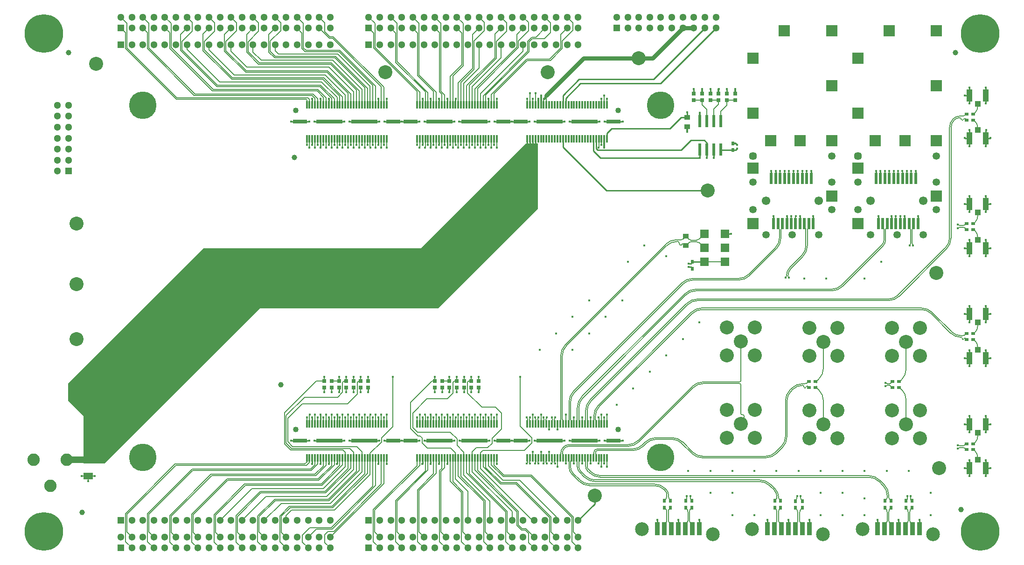
<source format=gtl>
G04 Layer_Physical_Order=1*
G04 Layer_Color=255*
%FSLAX25Y25*%
%MOIN*%
G70*
G01*
G75*
%ADD10C,0.00524*%
%ADD11C,0.00525*%
%ADD12C,0.00800*%
%ADD13R,0.01969X0.07874*%
%ADD14R,0.03543X0.09449*%
%ADD15R,0.02756X0.03150*%
%ADD16R,0.10000X0.02520*%
%ADD17R,0.18504X0.02520*%
%ADD18R,0.01181X0.05709*%
%ADD19R,0.02362X0.08661*%
%ADD20R,0.02362X0.08661*%
%ADD21R,0.03937X0.03543*%
%ADD22R,0.03150X0.02362*%
%ADD23R,0.02362X0.03150*%
%ADD24R,0.07087X0.05118*%
%ADD25C,0.03937*%
%ADD26R,0.03937X0.04134*%
%ADD27R,0.04134X0.08661*%
%ADD28R,0.05906X0.05906*%
%ADD29C,0.00500*%
%ADD30C,0.04800*%
%ADD31C,0.01000*%
%ADD32C,0.01200*%
%ADD33C,0.03000*%
%ADD34C,0.01600*%
%ADD35C,0.05709*%
%ADD36C,0.05315*%
%ADD37R,0.07874X0.07874*%
%ADD38C,0.06102*%
%ADD39C,0.09843*%
%ADD40C,0.19685*%
%ADD41C,0.04016*%
%ADD42C,0.05118*%
%ADD43R,0.05118X0.05118*%
%ADD44C,0.10000*%
%ADD45R,0.05118X0.05118*%
%ADD46C,0.08858*%
%ADD47C,0.27559*%
%ADD48C,0.01600*%
G36*
X372700Y250800D02*
X301400Y179500D01*
X174600Y179500D01*
X63300Y68200D01*
X48100D01*
Y102300D01*
X37200Y113200D01*
Y125800D01*
X133900Y222500D01*
X289400D01*
X364200Y297300D01*
X372700D01*
X372700Y250800D01*
D02*
G37*
D10*
X482200Y227039D02*
G03*
X480809Y226463I0J-1967D01*
G01*
X488108Y226249D02*
G03*
X486200Y227039I-1908J-1908D01*
G01*
X477233Y225621D02*
G03*
X476800Y225800I-433J-433D01*
G01*
D02*
G03*
X476288Y225588I0J-724D01*
G01*
X475000Y224600D02*
G03*
X475512Y224812I0J724D01*
G01*
X473900Y225600D02*
G03*
X474900Y224600I1000J0D01*
G01*
X473900Y225863D02*
G03*
X472485Y227278I-1415J0D01*
G01*
D02*
G03*
X464620Y224020I0J-11122D01*
G01*
X393229Y152629D02*
G03*
X390300Y145558I7071J-7071D01*
G01*
X390748Y98901D02*
G03*
X390500Y99500I-847J0D01*
G01*
X390300Y99983D02*
G03*
X390500Y99500I683J0D01*
G01*
X517800Y104080D02*
G03*
X518690Y103190I890J0D01*
G01*
X517800Y124628D02*
G03*
X516858Y125570I-942J0D01*
G01*
X490912D02*
G03*
X483841Y122641I0J-10000D01*
G01*
X520220Y102220D02*
G03*
X519250Y103190I-970J0D01*
G01*
X517915Y96655D02*
G03*
X520220Y102220I-5565J5565D01*
G01*
X437271Y80678D02*
G03*
X445135Y83935I0J11122D01*
G01*
X395127Y80678D02*
G03*
X391800Y79300I0J-4705D01*
G01*
X391785Y79285D02*
G03*
X390300Y75700I3585J-3585D01*
G01*
X390748Y74501D02*
G03*
X390500Y75100I-847J0D01*
G01*
X390300Y75583D02*
G03*
X390500Y75100I683J0D01*
G01*
X476727Y229074D02*
G03*
X476728Y229074I-1627J1629D01*
G01*
X486200Y228161D02*
G03*
X488124Y228958I0J2721D01*
G01*
X480809Y228737D02*
G03*
X482200Y228161I1391J1391D01*
G01*
X475100Y228400D02*
G03*
X476727Y229074I0J2302D01*
G01*
X471555Y228400D02*
G03*
X464484Y225471I0J-10000D01*
G01*
X392436Y153422D02*
G03*
X389178Y145558I7864J-7864D01*
G01*
X389000Y99400D02*
G03*
X389178Y99830I-430J430D01*
G01*
X389000Y99400D02*
G03*
X388780Y98868I532J-532D01*
G01*
X516860Y126692D02*
G03*
X517890Y127722I0J1030D01*
G01*
X490912Y126692D02*
G03*
X483053Y123440I0J-11122D01*
G01*
X437271Y81800D02*
G03*
X444342Y84729I0J10000D01*
G01*
X395127Y81800D02*
G03*
X391007Y80093I0J-5827D01*
G01*
X390991Y80078D02*
G03*
X389178Y75700I4378J-4378D01*
G01*
X389000Y75100D02*
G03*
X388780Y74568I532J-532D01*
G01*
X482277Y36415D02*
G03*
X482276Y36414I2815J-2815D01*
G01*
X483012Y22750D02*
G03*
X481500Y26400I-5162J0D01*
G01*
X482276Y36414D02*
G03*
X481111Y33600I2816J-2814D01*
G01*
Y27339D02*
G03*
X481500Y26400I1328J0D01*
G01*
X468012Y22509D02*
G03*
X466400Y26400I-5503J0D01*
G01*
X467106Y36344D02*
G03*
X466011Y33700I2644J-2644D01*
G01*
Y27339D02*
G03*
X466400Y26400I1328J0D01*
G01*
X464889Y33700D02*
G03*
X463794Y36344I-3739J0D01*
G01*
X464600Y26400D02*
G03*
X464889Y27098I-698J698D01*
G01*
X464600Y26400D02*
G03*
X463012Y22566I3834J-3834D01*
G01*
X561752Y22653D02*
G03*
X560200Y26400I-5299J0D01*
G01*
X561438Y36514D02*
G03*
X559761Y32465I4049J-4049D01*
G01*
Y27300D02*
G03*
X560087Y26513I1113J0D01*
G01*
X558639Y32465D02*
G03*
X556962Y36514I-5726J0D01*
G01*
X558300Y26400D02*
G03*
X558639Y27218I-818J818D01*
G01*
X558300Y26400D02*
G03*
X556752Y22663I3737J-3737D01*
G01*
X546752Y22412D02*
G03*
X545100Y26400I-5640J0D01*
G01*
X546038Y36576D02*
G03*
X544711Y33372I3204J-3204D01*
G01*
Y27339D02*
G03*
X545100Y26400I1328J0D01*
G01*
X543589Y33372D02*
G03*
X542262Y36576I-4531J0D01*
G01*
X543300Y26400D02*
G03*
X543589Y27098I-698J698D01*
G01*
X543300Y26400D02*
G03*
X541752Y22663I3737J-3737D01*
G01*
X640492Y22556D02*
G03*
X638900Y26400I-5436J0D01*
G01*
X639838Y36576D02*
G03*
X638511Y33372I3204J-3204D01*
G01*
Y27300D02*
G03*
X638872Y26428I1234J0D01*
G01*
X637389Y33372D02*
G03*
X636062Y36576I-4531J0D01*
G01*
X637028Y26428D02*
G03*
X637389Y27300I-872J872D01*
G01*
X637000Y26400D02*
G03*
X635492Y22760I3640J-3640D01*
G01*
X625492Y22556D02*
G03*
X623900Y26400I-5436J0D01*
G01*
X624838Y36576D02*
G03*
X623511Y33372I3204J-3204D01*
G01*
Y27300D02*
G03*
X623872Y26428I1234J0D01*
G01*
X622389Y33372D02*
G03*
X621062Y36576I-4531J0D01*
G01*
X622100Y26400D02*
G03*
X622389Y27098I-698J698D01*
G01*
X622100Y26400D02*
G03*
X620492Y22518I3882J-3882D01*
G01*
X479989Y33600D02*
G03*
X478823Y36415I-3981J0D01*
G01*
X479600Y26400D02*
G03*
X479989Y27339I-939J939D01*
G01*
X479600Y26400D02*
G03*
X478012Y22566I3834J-3834D01*
G01*
X677500Y157900D02*
G03*
X677000Y157400I0J-500D01*
G01*
X676000Y157989D02*
G03*
X675400Y158589I-600J0D01*
G01*
X667589Y161825D02*
G03*
X675400Y158589I7811J7811D01*
G01*
X679200Y157000D02*
G03*
X678300Y157900I-900J0D01*
G01*
X676600Y157000D02*
G03*
X677000Y157400I0J400D01*
G01*
X676000Y157500D02*
G03*
X676500Y157000I500J0D01*
G01*
X490142Y178500D02*
G03*
X483071Y175571I0J-10000D01*
G01*
X653842D02*
G03*
X646771Y178500I-7071J-7071D01*
G01*
X416829Y109329D02*
G03*
X413900Y102258I7071J-7071D01*
G01*
X414370Y98606D02*
G03*
X414000Y99500I-1264J0D01*
G01*
X413900Y99741D02*
G03*
X414000Y99500I341J0D01*
G01*
X677300Y315100D02*
G03*
X676800Y314600I0J-500D01*
G01*
X675300Y315000D02*
G03*
X674522Y315778I-778J0D01*
G01*
X679134Y314173D02*
G03*
X678207Y315100I-927J0D01*
G01*
X674097Y315778D02*
G03*
X670321Y314213I0J-5340D01*
G01*
X675300Y314700D02*
G03*
X676000Y314000I700J0D01*
G01*
X676200D02*
G03*
X676800Y314600I0J600D01*
G01*
X670321Y314213D02*
G03*
X668022Y308663I5551J-5551D01*
G01*
X623180Y184900D02*
G03*
X631039Y188152I0J11122D01*
G01*
X486842Y184900D02*
G03*
X479771Y181971I0J-10000D01*
G01*
X410929Y113129D02*
G03*
X408000Y106058I7071J-7071D01*
G01*
X408465Y98620D02*
G03*
X408100Y99500I-1245J0D01*
G01*
X408000Y99741D02*
G03*
X408100Y99500I341J0D01*
G01*
X621500Y236400D02*
G03*
X622323Y238387I-1987J1987D01*
G01*
X621486Y236386D02*
G03*
X621309Y235959I428J-428D01*
G01*
X619345Y223858D02*
G03*
X621309Y228600I-4742J4742D01*
G01*
X582780Y191900D02*
G03*
X590639Y195152I0J11122D01*
G01*
X485642Y191900D02*
G03*
X478571Y188971I0J-10000D01*
G01*
X405029Y115429D02*
G03*
X402100Y108358I7071J-7071D01*
G01*
Y99641D02*
G03*
X402200Y99400I341J0D01*
G01*
X402559Y98533D02*
G03*
X402200Y99400I-1226J0D01*
G01*
X546800Y236400D02*
G03*
X546506Y235690I710J-710D01*
G01*
X516280Y199600D02*
G03*
X524139Y202852I0J11122D01*
G01*
X483442Y199600D02*
G03*
X476371Y196671I0J-10000D01*
G01*
X399129Y119429D02*
G03*
X396200Y112358I7071J-7071D01*
G01*
Y99741D02*
G03*
X396300Y99500I341J0D01*
G01*
X396654Y98646D02*
G03*
X396300Y99500I-1207J0D01*
G01*
X654635Y176365D02*
G03*
X646771Y179622I-7864J-7864D01*
G01*
X675734Y159711D02*
G03*
X678938Y161038I0J4531D01*
G01*
X668382Y162618D02*
G03*
X675400Y159711I7018J7018D01*
G01*
X490142Y179622D02*
G03*
X482278Y176365I0J-11122D01*
G01*
X416036Y110122D02*
G03*
X412778Y102258I7864J-7864D01*
G01*
X412700Y99400D02*
G03*
X412402Y98680I720J-720D01*
G01*
X675631Y316900D02*
G03*
X678872Y318242I0J4584D01*
G01*
X673954Y316900D02*
G03*
X669629Y315108I0J-6116D01*
G01*
X669528Y315007D02*
G03*
X666900Y308663I6344J-6344D01*
G01*
X663971Y222671D02*
G03*
X666900Y229742I-7071J7071D01*
G01*
X623180Y186022D02*
G03*
X630251Y188951I0J10000D01*
G01*
X486842Y186022D02*
G03*
X478978Y182764I0J-11122D01*
G01*
X410136Y113922D02*
G03*
X406878Y106058I7864J-7864D01*
G01*
X406800Y99400D02*
G03*
X406878Y99588I-188J188D01*
G01*
X406800Y99400D02*
G03*
X406496Y98666I734J-734D01*
G01*
X620008Y236392D02*
G03*
X620007Y236393I-435J-433D01*
G01*
X619173Y238255D02*
G03*
X619900Y236500I2481J0D01*
G01*
X620187Y235959D02*
G03*
X620008Y236392I-614J0D01*
G01*
X582780Y193022D02*
G03*
X589851Y195951I0J10000D01*
G01*
X485642Y193022D02*
G03*
X477778Y189764I0J-11122D01*
G01*
X404236Y116222D02*
G03*
X400978Y108358I7864J-7864D01*
G01*
X400900Y99400D02*
G03*
X400978Y99588I-188J188D01*
G01*
X400900Y99400D02*
G03*
X400591Y98653I747J-747D01*
G01*
X545384Y235715D02*
G03*
X545100Y236400I-969J0D01*
G01*
X544370Y238162D02*
G03*
X545100Y236400I2492J0D01*
G01*
X542455Y222755D02*
G03*
X545384Y229826I-7071J7071D01*
G01*
X516280Y200722D02*
G03*
X523351Y203651I0J10000D01*
G01*
X483442Y200722D02*
G03*
X475578Y197465I0J-11122D01*
G01*
X398336Y120222D02*
G03*
X395078Y112358I7864J-7864D01*
G01*
X395000Y99400D02*
G03*
X394685Y98640I760J-760D01*
G01*
X678561Y78439D02*
G03*
X678562Y78438I577J577D01*
G01*
D02*
G03*
X679138Y78200I576J577D01*
G01*
X677798Y79202D02*
G03*
X676500Y79739I-1298J-1300D01*
G01*
X677799Y79201D02*
G03*
X677798Y79202I-1299J-1299D01*
G01*
X674443Y79739D02*
G03*
X672900Y79100I0J-2182D01*
G01*
X385100Y101200D02*
G03*
X384500Y99752I1448J-1448D01*
G01*
Y97638D02*
G03*
X384843Y96811I1170J0D01*
G01*
X677699Y236901D02*
G03*
X676400Y237439I-1299J-1299D01*
G01*
X674443D02*
G03*
X672900Y236800I0J-2182D01*
G01*
X379100Y101200D02*
G03*
X378600Y99993I1207J-1207D01*
G01*
Y97625D02*
G03*
X378937Y96811I1151J0D01*
G01*
X640500Y236400D02*
G03*
X640207Y235692I708J-708D01*
G01*
Y225874D02*
G03*
X640900Y224200I2367J0D01*
G01*
X373200Y101200D02*
G03*
X372700Y99993I1207J-1207D01*
G01*
Y97611D02*
G03*
X373031Y96811I1132J0D01*
G01*
X565600Y236400D02*
G03*
X566417Y238373I-1973J1973D01*
G01*
X565600Y236400D02*
G03*
X565404Y235926I474J-474D01*
G01*
X553843Y208156D02*
G03*
X551500Y202500I5656J-5656D01*
G01*
D02*
G03*
X551995Y201305I1690J0D01*
G01*
X367300Y101200D02*
G03*
X366800Y99993I1207J-1207D01*
G01*
Y97598D02*
G03*
X367126Y96811I1113J0D01*
G01*
X679138Y82500D02*
G03*
X678391Y82191I0J-1057D01*
G01*
D02*
G03*
X678390Y82190I747J-748D01*
G01*
X672900Y81500D02*
G03*
X674443Y80861I1543J1543D01*
G01*
X676500D02*
G03*
X677458Y81258I0J1354D01*
G01*
X383200Y99993D02*
G03*
X382700Y101200I-1707J0D01*
G01*
X676400Y238561D02*
G03*
X677699Y239099I0J1837D01*
G01*
X672900Y239200D02*
G03*
X674443Y238561I1543J1543D01*
G01*
X377300Y99752D02*
G03*
X376700Y101200I-2049J0D01*
G01*
X639085Y235713D02*
G03*
X638800Y236400I-972J0D01*
G01*
X638071Y238160D02*
G03*
X638800Y236400I2489J0D01*
G01*
X371400Y99752D02*
G03*
X370800Y101200I-2049J0D01*
G01*
X563268Y238409D02*
G03*
X564100Y236400I2842J0D01*
G01*
X564282Y235962D02*
G03*
X564100Y236400I-620J0D01*
G01*
X561353Y217253D02*
G03*
X564282Y224324I-7071J7071D01*
G01*
X549938Y201438D02*
G03*
X550378Y202500I-1062J1062D01*
G01*
X365500Y99752D02*
G03*
X364900Y101200I-2049J0D01*
G01*
X566535Y122700D02*
G03*
X565635Y123600I-900J0D01*
G01*
X565000D02*
G03*
X564400Y123000I0J-600D01*
G01*
X563900Y122500D02*
G03*
X564400Y123000I0J500D01*
G01*
X562900Y123420D02*
G03*
X562031Y124289I-869J0D01*
G01*
X562900Y123200D02*
G03*
X563600Y122500I700J0D01*
G01*
X562031Y124289D02*
G03*
X554960Y121360I0J-10000D01*
G01*
X553729Y120129D02*
G03*
X550800Y113058I7071J-7071D01*
G01*
X535558Y72378D02*
G03*
X543422Y75635I0J11122D01*
G01*
X475542Y82771D02*
G03*
X468471Y85700I-7071J-7071D01*
G01*
X457242D02*
G03*
X450171Y82771I0J-10000D01*
G01*
X440371Y77578D02*
G03*
X448236Y80835I0J11122D01*
G01*
X415212Y77578D02*
G03*
X414300Y77200I0J-1290D01*
G01*
D02*
G03*
X414000Y76476I724J-724D01*
G01*
X482678Y75635D02*
G03*
X490542Y72378I7864J7864D01*
G01*
X414000Y75583D02*
G03*
X414200Y75100I683J0D01*
G01*
X414370Y74689D02*
G03*
X414200Y75100I-581J0D01*
G01*
X623511Y45369D02*
G03*
X620253Y53233I-11122J0D01*
G01*
X617122Y56365D02*
G03*
X609258Y59622I-7864J-7864D01*
G01*
X623511Y44000D02*
G03*
X624111Y42551I2049J0D01*
G01*
X408050Y66435D02*
G03*
X409100Y63900I3585J0D01*
G01*
X410449Y62551D02*
G03*
X417520Y59622I7071J7071D01*
G01*
X544722Y44600D02*
G03*
X542481Y50010I-7650J0D01*
G01*
X544722Y44600D02*
G03*
X545754Y42108I3524J0D01*
G01*
X466061Y44600D02*
G03*
X466882Y42618I2803J0D01*
G01*
X563100Y125411D02*
G03*
X566252Y126717I0J4458D01*
G01*
X562031Y125411D02*
G03*
X554167Y122153I0J-11122D01*
G01*
X552936Y120922D02*
G03*
X549678Y113058I7864J-7864D01*
G01*
X546749Y80549D02*
G03*
X549678Y87620I-7071J7071D01*
G01*
X535558Y73500D02*
G03*
X542629Y76429I0J10000D01*
G01*
X476335Y83565D02*
G03*
X468471Y86822I-7864J-7864D01*
G01*
X483471Y76429D02*
G03*
X490542Y73500I7071J7071D01*
G01*
X457242Y86822D02*
G03*
X449378Y83565I0J-11122D01*
G01*
X440371Y78700D02*
G03*
X447442Y81629I0J10000D01*
G01*
X415212Y78700D02*
G03*
X413507Y77993I0J-2413D01*
G01*
D02*
G03*
X412878Y76476I1518J-1518D01*
G01*
X412651Y75151D02*
G03*
X412878Y75700I-550J549D01*
G01*
X412650Y75150D02*
G03*
X412651Y75151I-550J550D01*
G01*
X412600Y75100D02*
G03*
X412599Y75099I479J-479D01*
G01*
D02*
G03*
X412402Y74621I480J-478D01*
G01*
X622389Y45369D02*
G03*
X619460Y52440I-10000J0D01*
G01*
X616329Y55571D02*
G03*
X609258Y58500I-7071J-7071D01*
G01*
X406928Y66435D02*
G03*
X408307Y63107I4707J0D01*
G01*
X409656Y61758D02*
G03*
X417520Y58500I7864J7864D01*
G01*
X542583Y42145D02*
G03*
X543600Y44600I-2455J2455D01*
G01*
X624546Y124154D02*
G03*
X624545Y124155I-446J-446D01*
G01*
D02*
G03*
X624100Y124339I-445J-446D01*
G01*
X622643D02*
G03*
X621100Y123700I0J-2182D01*
G01*
X625833Y122867D02*
G03*
X626238Y122700I405J407D01*
G01*
X625832Y122868D02*
G03*
X625833Y122867I406J406D01*
G01*
X384843Y72480D02*
G03*
X384500Y71653I827J-827D01*
G01*
Y69507D02*
G03*
X385000Y68300I1707J0D01*
G01*
X378937Y72480D02*
G03*
X378600Y71667I814J-814D01*
G01*
Y69507D02*
G03*
X379100Y68300I1707J0D01*
G01*
X373032Y72480D02*
G03*
X372700Y71680I800J-800D01*
G01*
Y69507D02*
G03*
X373200Y68300I1707J0D01*
G01*
X626238Y127000D02*
G03*
X625833Y126833I0J-574D01*
G01*
D02*
G03*
X625832Y126832I405J-407D01*
G01*
X621100Y126100D02*
G03*
X622643Y125461I1543J1543D01*
G01*
X624100D02*
G03*
X624716Y125716I0J872D01*
G01*
X383200Y71693D02*
G03*
X382874Y72480I-1113J0D01*
G01*
X382634Y68334D02*
G03*
X383200Y69700I-1366J1366D01*
G01*
X639200Y42462D02*
G03*
X640100Y41562I900J0D01*
G01*
X376734Y68334D02*
G03*
X377300Y69700I-1366J1366D01*
G01*
Y71680D02*
G03*
X376969Y72480I-1132J0D01*
G01*
X560400Y44638D02*
G03*
X561700Y41500I4439J0D01*
G01*
X371400Y71667D02*
G03*
X371063Y72480I-1151J0D01*
G01*
X481700Y43976D02*
G03*
X482700Y41562I3414J0D01*
G01*
X370800Y68300D02*
G03*
X371400Y69749I-1448J1448D01*
G01*
X556700Y41500D02*
G03*
X558000Y44638I-3139J3139D01*
G01*
X478400Y41562D02*
G03*
X479300Y43735I-2173J2173D01*
G01*
X547542Y79756D02*
G03*
X550800Y87620I-7864J7864D01*
G01*
X553049Y208949D02*
G03*
X550378Y202500I6449J-6449D01*
G01*
X365158Y96811D02*
G03*
X365500Y97638I-827J827D01*
G01*
X562146Y216459D02*
G03*
X565404Y224324I-7864J7864D01*
G01*
X664770Y221883D02*
G03*
X668022Y229742I-7870J7859D01*
G01*
X664764Y221878D02*
G03*
X664770Y221883I-7864J7864D01*
G01*
X631039Y188152D02*
G03*
X631044Y188158I-7859J7870D01*
G01*
X640500Y236400D02*
G03*
X641221Y238139I-1739J1739D01*
G01*
X546800Y236400D02*
G03*
X547520Y238138I-1737J1737D01*
G01*
X685300Y83500D02*
G03*
X687008Y87623I-4123J4123D01*
G01*
X412700Y99400D02*
G03*
X412778Y99588I-188J188D01*
G01*
X590639Y195152D02*
G03*
X590644Y195158I-7859J7870D01*
G01*
X618551Y224652D02*
G03*
X620187Y228600I-3949J3949D01*
G01*
X524139Y202852D02*
G03*
X524144Y202858I-7859J7870D01*
G01*
X543248Y221961D02*
G03*
X546506Y229826I-7864J7864D01*
G01*
X395000Y99400D02*
G03*
X395078Y99588I-188J188D01*
G01*
X685200Y162200D02*
G03*
X687008Y166565I-4365J4365D01*
G01*
X638500Y224200D02*
G03*
X639085Y225611I-1412J1412D01*
G01*
X371063Y96811D02*
G03*
X371400Y97625I-814J814D01*
G01*
X685300Y241100D02*
G03*
X687008Y245223I-4123J4123D01*
G01*
X683858Y318504D02*
G03*
X684619Y318819I0J1076D01*
G01*
X685300Y319500D02*
G03*
X687008Y323623I-4123J4123D01*
G01*
X635800Y41562D02*
G03*
X636800Y42562I0J1000D01*
G01*
X621789Y42551D02*
G03*
X622389Y44000I-1449J1449D01*
G01*
X543600Y44600D02*
G03*
X541691Y49209I-6518J0D01*
G01*
X464118Y42618D02*
G03*
X464939Y44600I-1982J1982D01*
G01*
X382874Y96811D02*
G03*
X383200Y97598I-787J787D01*
G01*
X679200Y240100D02*
G03*
X678346Y239746I0J-1207D01*
G01*
X376969Y96811D02*
G03*
X377300Y97611I-800J800D01*
G01*
X678517Y236083D02*
G03*
X679200Y235800I683J683D01*
G01*
X630962Y127000D02*
G03*
X631710Y127310I0J1057D01*
G01*
X630962Y127000D02*
G03*
X631862Y126100I900J0D01*
G01*
X632898Y128498D02*
G03*
X635827Y135569I-7071J7071D01*
G01*
X631539Y122461D02*
G03*
X630962Y122700I-577J-577D01*
G01*
X635827Y114031D02*
G03*
X632898Y121102I-10000J0D01*
G01*
X631862Y123600D02*
G03*
X630962Y122700I0J-900D01*
G01*
X571260Y127000D02*
G03*
X572011Y127311I0J1063D01*
G01*
X571260Y127000D02*
G03*
X572160Y126100I900J0D01*
G01*
X573843Y129143D02*
G03*
X576772Y136214I-7071J7071D01*
G01*
X572011Y122389D02*
G03*
X571260Y122700I-751J-751D01*
G01*
X572160Y123600D02*
G03*
X571260Y122700I0J-900D01*
G01*
X576772Y113486D02*
G03*
X573843Y120557I-10000J0D01*
G01*
X683924Y240100D02*
G03*
X684566Y240366I0J907D01*
G01*
Y235534D02*
G03*
X683924Y235800I-641J-641D01*
G01*
X687008Y230535D02*
G03*
X685200Y234900I-6172J0D01*
G01*
X684487Y313913D02*
G03*
X683858Y314173I-629J-629D01*
G01*
X687008Y308977D02*
G03*
X685300Y313100I-5831J0D01*
G01*
X683862Y82500D02*
G03*
X684610Y82810I0J1057D01*
G01*
X684439Y77961D02*
G03*
X683862Y78200I-577J-577D01*
G01*
X687008Y72835D02*
G03*
X685200Y77200I-6172J0D01*
G01*
X683924Y161300D02*
G03*
X684566Y161566I0J907D01*
G01*
Y156734D02*
G03*
X683924Y157000I-641J-641D01*
G01*
X687008Y151877D02*
G03*
X685300Y156000I-5831J0D01*
G01*
X389000Y75100D02*
G03*
X389178Y75530I-430J430D01*
G01*
X483053Y123440D02*
G03*
X483048Y123434I7859J-7870D01*
G01*
X482200Y227039D02*
X486200D01*
X475512Y224812D02*
X476288Y225588D01*
X488108Y226249D02*
X491761Y222595D01*
X478600Y224254D02*
X480809Y226463D01*
X477233Y225621D02*
X478600Y224254D01*
X473900Y225600D02*
Y225863D01*
X474900Y224600D02*
X475000D01*
X393229Y152629D02*
X464620Y224020D01*
X390300Y99983D02*
Y145558D01*
X390748Y96811D02*
Y98901D01*
X518690Y103190D02*
X519250D01*
X490912Y125570D02*
X516858D01*
X517800Y104080D02*
Y124628D01*
X445135Y83935D02*
X483841Y122641D01*
X517874Y96614D02*
X517915Y96655D01*
X395127Y80678D02*
X437271D01*
X391785Y79285D02*
X391800Y79300D01*
X390748Y72480D02*
Y74501D01*
X390300Y75583D02*
Y75700D01*
X476728Y229074D02*
X478600Y230946D01*
X476727Y229074D02*
X476728Y229074D01*
X476727Y229074D02*
X476728Y229074D01*
X488124Y228958D02*
X491761Y232595D01*
X482200Y228161D02*
X486200D01*
X478600Y230946D02*
X480809Y228737D01*
X471555Y228400D02*
X475100D01*
X392436Y153422D02*
X464484Y225471D01*
X389178Y99830D02*
Y145558D01*
X388780Y96811D02*
Y98868D01*
X517890Y127722D02*
Y155669D01*
X490912Y126692D02*
X516860D01*
X444342Y84729D02*
X483048Y123434D01*
X395127Y81800D02*
X437271D01*
X390991Y80078D02*
X391007Y80093D01*
X389178Y75530D02*
Y75700D01*
X388780Y72480D02*
Y74568D01*
X482277Y36415D02*
X482700Y36838D01*
X482276Y36414D02*
X482277Y36415D01*
X482276Y36414D02*
X482277Y36415D01*
X483012Y21850D02*
Y22750D01*
X481111Y27339D02*
Y33600D01*
X468012Y21850D02*
Y22509D01*
X466011Y27339D02*
Y33700D01*
X463300Y36838D02*
X463794Y36344D01*
X464889Y27098D02*
Y33700D01*
X463012Y21850D02*
Y22566D01*
X561438Y36514D02*
X561700Y36776D01*
X560087Y26513D02*
X560200Y26400D01*
X561752Y21850D02*
Y22653D01*
X559761Y27300D02*
Y32465D01*
X558639Y27218D02*
Y32465D01*
X556752Y21850D02*
Y22663D01*
X546752Y21850D02*
Y22412D01*
X544711Y27339D02*
Y33372D01*
X542000Y36838D02*
X542262Y36576D01*
X543589Y27098D02*
Y33372D01*
X541752Y21850D02*
Y22663D01*
X638872Y26428D02*
X638900Y26400D01*
X640492Y21850D02*
Y22556D01*
X638511Y27300D02*
Y33372D01*
X637389Y27300D02*
Y33372D01*
X635800Y36838D02*
X636062Y36576D01*
X637000Y26400D02*
X637028Y26428D01*
X635492Y21850D02*
Y22760D01*
X623872Y26428D02*
X623900Y26400D01*
X625492Y21850D02*
Y22556D01*
X623511Y27300D02*
Y33372D01*
X620800Y36838D02*
X621062Y36576D01*
X622389Y27098D02*
Y33372D01*
X620492Y21850D02*
Y22518D01*
X478400Y36838D02*
X478823Y36415D01*
X479989Y27339D02*
Y33600D01*
X478012Y21850D02*
Y22566D01*
X677500Y157900D02*
X678300D01*
X653842Y175571D02*
X667589Y161825D01*
X676000Y157500D02*
Y157989D01*
X676500Y157000D02*
X676600D01*
X490142Y178500D02*
X646771D01*
X416829Y109329D02*
X483071Y175571D01*
X414370Y96811D02*
Y98606D01*
X413900Y99741D02*
Y102258D01*
X677300Y315100D02*
X678207D01*
X674097Y315778D02*
X674522D01*
X675300Y314700D02*
Y315000D01*
X676000Y314000D02*
X676200D01*
X668022Y229742D02*
Y308663D01*
X486842Y184900D02*
X623180D01*
X410929Y113129D02*
X479771Y181971D01*
X408000Y99741D02*
Y106058D01*
X408465Y96811D02*
Y98620D01*
X621486Y236386D02*
X621500Y236400D01*
X621309Y228600D02*
Y235959D01*
X590644Y195158D02*
X619345Y223858D01*
X485642Y191900D02*
X582780D01*
X405029Y115429D02*
X478571Y188971D01*
X402100Y99641D02*
Y108358D01*
X402559Y96811D02*
Y98533D01*
X546506Y229826D02*
Y235690D01*
X483442Y199600D02*
X516280D01*
X399129Y119429D02*
X476371Y196671D01*
X396200Y99741D02*
Y112358D01*
X396654Y96811D02*
Y98646D01*
X490142Y179622D02*
X646771D01*
X675400Y159711D02*
X675734D01*
X412778Y99588D02*
Y102258D01*
X412402Y96811D02*
Y98680D01*
X678872Y318242D02*
X679134Y318504D01*
X673954Y316900D02*
X675631D01*
X669528Y315007D02*
X669629Y315108D01*
X666900Y229742D02*
Y308663D01*
X630251Y188951D02*
X663971Y222671D01*
X486842Y186022D02*
X623180D01*
X406878Y99588D02*
Y106058D01*
X406496Y96811D02*
Y98666D01*
X620007Y236393D02*
X620008Y236392D01*
X619900Y236500D02*
X620007Y236393D01*
X620008Y236392D01*
X619173Y238255D02*
Y240158D01*
X620187Y228600D02*
Y235959D01*
X589851Y195951D02*
X618551Y224652D01*
X485642Y193022D02*
X582780D01*
X400978Y99588D02*
Y108358D01*
X400591Y96811D02*
Y98653D01*
X545384Y229826D02*
Y235715D01*
X544370Y238162D02*
Y240158D01*
X523351Y203651D02*
X542455Y222755D01*
X483442Y200722D02*
X516280D01*
X395078Y99588D02*
Y112358D01*
X394685Y96811D02*
Y98640D01*
X674443Y79739D02*
X676500D01*
X677798Y79202D02*
X677799Y79201D01*
X678561Y78439D02*
X678562Y78438D01*
X677799Y79201D02*
X678561Y78439D01*
X677798Y79202D02*
X677799Y79201D01*
X678561Y78439D02*
X678562Y78438D01*
X384500Y97638D02*
Y99752D01*
X674443Y237439D02*
X676400D01*
X677699Y236901D02*
X678517Y236083D01*
X378600Y97625D02*
Y99993D01*
X640207Y225874D02*
Y235692D01*
X372700Y97611D02*
Y99993D01*
X565404Y224324D02*
Y235926D01*
X553843Y208156D02*
X562146Y216459D01*
X367126Y96811D02*
Y98713D01*
X366800Y97598D02*
Y99993D01*
X678390Y82190D02*
X678391Y82191D01*
X678390Y82190D02*
X678391Y82191D01*
X677458Y81258D02*
X678390Y82190D01*
X674443Y80861D02*
X676500D01*
X383200Y97598D02*
Y99993D01*
X677699Y239099D02*
X678346Y239746D01*
X674443Y238561D02*
X676400D01*
X377300Y97611D02*
Y99752D01*
X638071Y238160D02*
Y240158D01*
X639085Y225611D02*
Y235713D01*
X371400Y97625D02*
Y99752D01*
X564282Y224324D02*
Y235962D01*
X563268Y238409D02*
Y240158D01*
X553049Y208949D02*
X561353Y217253D01*
X549700Y201200D02*
X549938Y201438D01*
X365500Y97638D02*
Y99752D01*
X565000Y123600D02*
X565635D01*
X562900Y123200D02*
Y123420D01*
X563600Y122500D02*
X563900D01*
X553729Y120129D02*
X554960Y121360D01*
X550800Y87620D02*
Y113058D01*
X457242Y85700D02*
X468471D01*
X448236Y80835D02*
X450171Y82771D01*
X415212Y77578D02*
X440371D01*
X475542Y82771D02*
X482678Y75635D01*
X490542Y72378D02*
X535558D01*
X414000Y75583D02*
Y76476D01*
X414370Y72480D02*
Y74689D01*
X623511Y44000D02*
Y45369D01*
X624111Y42551D02*
X625100Y41562D01*
X408050Y66435D02*
Y69000D01*
X417520Y59622D02*
X609258D01*
X409100Y63900D02*
X410449Y62551D01*
X545754Y42108D02*
X546300Y41562D01*
X466061Y46194D02*
X466062Y46195D01*
X467769Y41731D02*
X468000Y41500D01*
X466882Y42618D02*
X467769Y41731D01*
X466061Y44600D02*
Y46194D01*
X566252Y126717D02*
X566535Y127000D01*
X562031Y125411D02*
X563100D01*
X549678Y87620D02*
Y113058D01*
X542629Y76429D02*
X546749Y80549D01*
X490542Y73500D02*
X535558D01*
X457242Y86822D02*
X468471D01*
X476335Y83565D02*
X483471Y76429D01*
X447442Y81629D02*
X449378Y83565D01*
X415212Y78700D02*
X440371D01*
X412878Y75700D02*
Y76476D01*
X412650Y75150D02*
X412651Y75151D01*
X412650Y75150D02*
X412651Y75151D01*
X412600Y75100D02*
X412650Y75150D01*
X412599Y75099D02*
X412600Y75100D01*
X412599Y75099D02*
X412600Y75100D01*
X412402Y72480D02*
Y74621D01*
X622389Y44000D02*
Y45369D01*
X616329Y55571D02*
X619460Y52440D01*
X406928Y66435D02*
Y69000D01*
X417520Y58500D02*
X609258D01*
X538429Y52471D02*
X541691Y49209D01*
X542000Y41562D02*
X542583Y42145D01*
X464937Y46195D02*
X464939Y46194D01*
X463181Y41681D02*
X464118Y42618D01*
X463000Y41500D02*
X463181Y41681D01*
X624545Y124155D02*
X624546Y124154D01*
X625832Y122868D02*
X625833Y122867D01*
X625832Y122868D02*
X625833Y122867D01*
X624546Y124154D02*
X625832Y122868D01*
X624545Y124155D02*
X624546Y124154D01*
X622643Y124339D02*
X624100D01*
X384500Y69507D02*
Y71653D01*
X378600Y69507D02*
Y71667D01*
X372700Y69507D02*
Y71680D01*
X625832Y126832D02*
X625833Y126833D01*
X625832Y126832D02*
X625833Y126833D01*
X624716Y125716D02*
X625832Y126832D01*
X622643Y125461D02*
X624100D01*
X383200Y69700D02*
Y71693D01*
X382600Y68300D02*
X382634Y68334D01*
X639200Y42462D02*
Y45000D01*
X377300Y69700D02*
Y71680D01*
X376700Y68300D02*
X376734Y68334D01*
X560400Y44638D02*
Y45000D01*
X371400Y69749D02*
Y71667D01*
X481700Y43976D02*
Y45000D01*
X558000Y44638D02*
Y45000D01*
X479300Y43735D02*
Y45000D01*
X552936Y120922D02*
X554167Y122153D01*
X543422Y75635D02*
X547542Y79756D01*
X566417Y238373D02*
Y240158D01*
X551995Y201305D02*
X552100Y201200D01*
X635827Y135569D02*
Y155512D01*
X576772Y136214D02*
Y155512D01*
X410136Y113922D02*
X478978Y182764D01*
X631044Y188158D02*
X664764Y221878D01*
X641221Y238139D02*
Y240158D01*
X547520Y238138D02*
Y240158D01*
X687008Y87623D02*
Y90453D01*
X678938Y161038D02*
X679200Y161300D01*
X654635Y176365D02*
X668382Y162618D01*
X416036Y110122D02*
X482278Y176365D01*
X404236Y116222D02*
X477778Y189764D01*
X622323Y238387D02*
Y240158D01*
X524144Y202858D02*
X543248Y221961D01*
X398336Y120222D02*
X475578Y197465D01*
X687008Y166565D02*
Y169193D01*
Y245223D02*
Y247933D01*
X684619Y318819D02*
X685300Y319500D01*
X687008Y323623D02*
Y325689D01*
X636800Y42562D02*
Y45000D01*
X639838Y36576D02*
X640100Y36838D01*
X624838Y36576D02*
X625100Y36838D01*
X556700Y36776D02*
X556962Y36514D01*
X546038Y36576D02*
X546300Y36838D01*
X467106Y36344D02*
X467600Y36838D01*
X408050Y69000D02*
X408465Y72480D01*
X406496D02*
X406928Y69000D01*
X617122Y56365D02*
X620253Y53233D01*
X620800Y41562D02*
X621789Y42551D01*
X408307Y63107D02*
X409656Y61758D01*
X539224Y53267D02*
X542481Y50010D01*
X464939Y44600D02*
Y46194D01*
X631710Y127310D02*
X632898Y128498D01*
X635827Y96457D02*
Y114031D01*
X631539Y122461D02*
X632898Y121102D01*
X572011Y127311D02*
X573843Y129143D01*
X576772Y96457D02*
Y113486D01*
X572011Y122389D02*
X573843Y120557D01*
X684566Y240366D02*
X685300Y241100D01*
X684566Y235534D02*
X685200Y234900D01*
X687008Y228445D02*
Y230535D01*
X684487Y313913D02*
X685300Y313100D01*
X687008Y307185D02*
Y308977D01*
X684610Y82810D02*
X685300Y83500D01*
X684439Y77961D02*
X685200Y77200D01*
X687008Y70965D02*
Y72835D01*
X684566Y161566D02*
X685200Y162200D01*
X684566Y156734D02*
X685300Y156000D01*
X687008Y149705D02*
Y151877D01*
X517874Y155669D02*
X517890D01*
D11*
X539224Y53267D02*
G03*
X531358Y56525I-7867J-7867D01*
G01*
X406746Y59454D02*
G03*
X413817Y56525I7071J7071D01*
G01*
X402100Y66100D02*
G03*
X403514Y62686I4828J0D01*
G01*
X466062Y46195D02*
G03*
X464696Y49496I-4667J0D01*
G01*
X463824Y50367D02*
G03*
X455958Y53625I-7867J-7867D01*
G01*
X396200Y65600D02*
G03*
X397897Y61503I5794J0D01*
G01*
X402846Y56554D02*
G03*
X409917Y53625I7071J7071D01*
G01*
X538429Y52471D02*
G03*
X531358Y55400I-7071J-7071D01*
G01*
X405951Y58658D02*
G03*
X413817Y55400I7867J7867D01*
G01*
X400975Y66100D02*
G03*
X402719Y61890I5954J0D01*
G01*
X464937Y46195D02*
G03*
X463900Y48700I-3542J0D01*
G01*
X463029Y49571D02*
G03*
X455958Y52500I-7071J-7071D01*
G01*
X395075Y65600D02*
G03*
X397102Y60707I6919J0D01*
G01*
X402051Y55759D02*
G03*
X409917Y52500I7867J7867D01*
G01*
X366800Y68800D02*
G03*
X367300Y68300I500J0D01*
G01*
X367126Y72480D02*
G03*
X366800Y72154I0J-326D01*
G01*
X364900Y68300D02*
G03*
X365500Y68900I0J600D01*
G01*
X413817Y56525D02*
X531358D01*
X402100Y66100D02*
Y69600D01*
X403514Y62686D02*
X406746Y59454D01*
X463824Y50367D02*
X464696Y49496D01*
X396200Y65600D02*
Y69600D01*
X409917Y53625D02*
X455958D01*
X397897Y61503D02*
X402846Y56554D01*
X413817Y55400D02*
X531358D01*
X400975Y66100D02*
Y69600D01*
X402719Y61890D02*
X405951Y58658D01*
X463029Y49571D02*
X463900Y48700D01*
X395075Y65600D02*
Y69619D01*
X409917Y52500D02*
X455958D01*
X397102Y60707D02*
X402051Y55759D01*
X478231Y41731D02*
X478900Y42400D01*
X478000Y41500D02*
X478231Y41731D01*
X366800Y68800D02*
Y72154D01*
X482819Y41681D02*
X483000Y41500D01*
X482100Y42400D02*
X482819Y41681D01*
X365158Y69900D02*
X365500D01*
Y68900D02*
Y69900D01*
X365158D02*
Y72480D01*
X402100Y69600D02*
X402559Y72480D01*
X400591D02*
X400975Y69600D01*
X396200Y69600D02*
X396654Y72480D01*
X394685D02*
X395075Y69619D01*
D12*
X404489Y68300D02*
G03*
X404528Y68393I-93J93D01*
G01*
X416300Y68300D02*
G03*
X416339Y68393I-93J93D01*
G01*
X410433Y68435D02*
G03*
X410489Y68300I190J0D01*
G01*
X422244Y66235D02*
G03*
X422300Y66100I191J0D01*
G01*
X404528Y68393D02*
Y72480D01*
X398589Y68300D02*
X398622Y68333D01*
Y72480D01*
X392689Y68300D02*
X392717Y68328D01*
Y72480D01*
X553800Y245500D02*
X553819Y245481D01*
Y240158D02*
Y245481D01*
X556968Y245468D02*
X557000Y245500D01*
X556968Y240158D02*
Y245468D01*
X628600Y245400D02*
X628622Y245378D01*
Y240158D02*
Y245378D01*
X631772Y245372D02*
X631800Y245400D01*
X631772Y240158D02*
Y245372D01*
X325200Y119400D02*
X325200Y119400D01*
X325200Y119400D02*
Y122738D01*
X320000Y119400D02*
X320000Y119400D01*
X320000Y119400D02*
Y122738D01*
X314800Y119400D02*
X314800Y119400D01*
X314800Y119400D02*
Y122738D01*
X304400Y119400D02*
X304400Y119400D01*
X304400Y119400D02*
Y122738D01*
X299200Y119400D02*
X299200Y119400D01*
X299200Y119400D02*
Y122738D01*
X246300Y119400D02*
X246300Y119400D01*
Y122738D01*
X241100Y119400D02*
X241100Y119400D01*
Y122738D01*
X235900Y119400D02*
X235900Y119400D01*
Y122738D01*
X225500Y119400D02*
X225500Y119400D01*
Y122738D01*
X220300Y119400D02*
X220300Y119400D01*
Y122738D01*
X416300Y294500D02*
X416339Y294539D01*
Y300827D01*
X422244Y329444D02*
X422300Y329500D01*
X422244Y325157D02*
Y329444D01*
X420276Y331576D02*
X420300Y331600D01*
X420276Y325157D02*
Y331576D01*
X418300Y329500D02*
X418307Y329493D01*
Y325157D02*
Y329493D01*
X369094Y329495D02*
X369100Y329500D01*
X369094Y325157D02*
Y329495D01*
X365158Y329457D02*
X365200Y329500D01*
X365158Y325157D02*
Y329457D01*
X392700Y103300D02*
X392717Y103283D01*
Y96811D02*
Y103283D01*
X375000Y103300D02*
X375000Y103300D01*
Y96811D02*
Y103300D01*
X369094Y103295D02*
X369100Y103300D01*
X369094Y96811D02*
Y103295D01*
X422244Y103244D02*
X422300Y103300D01*
X422244Y96811D02*
Y103244D01*
X420276Y101176D02*
X420300Y101200D01*
X420276Y96811D02*
Y101176D01*
X418300Y103300D02*
X418307Y103293D01*
Y96811D02*
Y103293D01*
X416300Y101200D02*
X416339Y101161D01*
Y96811D02*
Y101161D01*
X410400Y101200D02*
X410433Y101167D01*
Y96811D02*
Y101167D01*
X404500Y101200D02*
X404528Y101172D01*
Y96811D02*
Y101172D01*
X398600Y101200D02*
X398622Y101178D01*
Y96811D02*
Y101178D01*
X420276Y68324D02*
X420300Y68300D01*
X420276Y68324D02*
Y72480D01*
X418300Y66100D02*
X418307Y66107D01*
Y72480D01*
X416339Y68393D02*
Y72480D01*
X386800Y66100D02*
X386811Y66111D01*
Y72480D01*
X503563Y313386D02*
Y320263D01*
X507874Y324574D01*
Y328346D01*
X507874Y328346D01*
X513779D01*
X498563Y313386D02*
Y321863D01*
X501968Y325269D01*
Y328346D01*
X501968Y328346D02*
X501968Y328346D01*
X496063Y328346D02*
X501968D01*
X493563Y313386D02*
Y321737D01*
X490158Y325143D02*
X493563Y321737D01*
X490158Y325143D02*
Y328346D01*
X490158Y328346D02*
X490158Y328346D01*
X484252Y328346D02*
X490158D01*
X386800Y96811D02*
X386811D01*
X369094Y72480D02*
Y76595D01*
X369100Y76600D01*
X375000Y72480D02*
Y76600D01*
X375000Y76600D02*
X375000Y76600D01*
X380906Y72480D02*
Y76594D01*
X380900Y76600D02*
X380906Y76594D01*
Y92606D02*
Y96811D01*
X380900Y92600D02*
X380906Y92606D01*
X371063Y333163D02*
X371100Y333200D01*
X371063Y325157D02*
Y333163D01*
X367126Y333126D02*
X367200Y333200D01*
X367126Y325157D02*
Y333126D01*
X51600Y55600D02*
Y59391D01*
X51600Y55600D02*
X51600Y55600D01*
X46991Y59391D02*
X51600D01*
X46900Y59300D02*
X46991Y59391D01*
X51600D02*
X56291D01*
X56300Y59400D01*
X386800Y92600D02*
Y96811D01*
X410433Y68435D02*
Y72480D01*
X422244Y66235D02*
Y72480D01*
X491761Y212595D02*
X506525D01*
X491728Y212562D02*
X491761Y212595D01*
D13*
X567992Y272441D02*
D03*
X564843D02*
D03*
X561693D02*
D03*
X558543D02*
D03*
X555394D02*
D03*
X552244D02*
D03*
X549094D02*
D03*
X545945D02*
D03*
X542795D02*
D03*
X539646D02*
D03*
X541221Y240158D02*
D03*
X544370D02*
D03*
X547520D02*
D03*
X550669D02*
D03*
X553819D02*
D03*
X556968D02*
D03*
X560118D02*
D03*
X563268D02*
D03*
X566417D02*
D03*
X569567D02*
D03*
X644370Y240158D02*
D03*
X641221D02*
D03*
X638071D02*
D03*
X634921D02*
D03*
X631772D02*
D03*
X628622D02*
D03*
X625472D02*
D03*
X622323D02*
D03*
X619173D02*
D03*
X616024D02*
D03*
X614449Y272441D02*
D03*
X617598D02*
D03*
X620748D02*
D03*
X623898D02*
D03*
X627047D02*
D03*
X630197D02*
D03*
X633347D02*
D03*
X636496D02*
D03*
X639646D02*
D03*
X642795D02*
D03*
D14*
X536752Y21850D02*
D03*
X541752D02*
D03*
X546752D02*
D03*
X551752D02*
D03*
X556752D02*
D03*
X561752D02*
D03*
X566752D02*
D03*
X488012D02*
D03*
X483012D02*
D03*
X478012D02*
D03*
X473012D02*
D03*
X468012D02*
D03*
X463012D02*
D03*
X458012D02*
D03*
X615492D02*
D03*
X620492D02*
D03*
X625492D02*
D03*
X630492D02*
D03*
X635492D02*
D03*
X640492D02*
D03*
X645492D02*
D03*
D15*
X513779Y328346D02*
D03*
Y333071D02*
D03*
X496063Y333071D02*
D03*
Y328346D02*
D03*
X484252Y333071D02*
D03*
Y328346D02*
D03*
X507874Y333071D02*
D03*
Y328346D02*
D03*
X501968Y328346D02*
D03*
Y333071D02*
D03*
X490158Y328346D02*
D03*
Y333071D02*
D03*
X309600Y127462D02*
D03*
Y122738D02*
D03*
X330400Y127462D02*
D03*
Y122738D02*
D03*
X299200Y122738D02*
D03*
Y127462D02*
D03*
X304400Y122738D02*
D03*
Y127462D02*
D03*
X314800Y122738D02*
D03*
Y127462D02*
D03*
X320000Y122738D02*
D03*
Y127462D02*
D03*
X325200Y122738D02*
D03*
Y127462D02*
D03*
X230700Y127462D02*
D03*
Y122738D02*
D03*
X251500Y127462D02*
D03*
Y122738D02*
D03*
X220300Y127462D02*
D03*
Y122738D02*
D03*
X225500Y127462D02*
D03*
Y122738D02*
D03*
X235900Y127462D02*
D03*
Y122738D02*
D03*
X241100Y127462D02*
D03*
Y122738D02*
D03*
X246300Y127462D02*
D03*
Y122738D02*
D03*
D16*
X202972Y312992D02*
D03*
X269468D02*
D03*
X360453D02*
D03*
X426949D02*
D03*
X348209D02*
D03*
X281713D02*
D03*
X281713Y84646D02*
D03*
X348209D02*
D03*
X426949D02*
D03*
X360453D02*
D03*
X269469D02*
D03*
X202973D02*
D03*
D17*
X223721Y312992D02*
D03*
X248721D02*
D03*
X381201D02*
D03*
X406201D02*
D03*
X327461D02*
D03*
X302461D02*
D03*
X302461Y84646D02*
D03*
X327461D02*
D03*
X406201D02*
D03*
X381201D02*
D03*
X248721D02*
D03*
X223721D02*
D03*
D18*
X422244Y300827D02*
D03*
X422244Y325157D02*
D03*
X420276D02*
D03*
X418307D02*
D03*
X416339D02*
D03*
X414370D02*
D03*
X412402D02*
D03*
X410433D02*
D03*
X408465D02*
D03*
X406496D02*
D03*
X404528D02*
D03*
X402559D02*
D03*
X400591D02*
D03*
X398622D02*
D03*
X396654D02*
D03*
X394685D02*
D03*
X392717D02*
D03*
X390748D02*
D03*
X388779D02*
D03*
X386811D02*
D03*
X384842D02*
D03*
X382874D02*
D03*
X380906D02*
D03*
X378937D02*
D03*
X376969D02*
D03*
X375000D02*
D03*
X373031D02*
D03*
X371063D02*
D03*
X369094D02*
D03*
X367126D02*
D03*
X365158D02*
D03*
X343504D02*
D03*
X341535D02*
D03*
X339567D02*
D03*
X337598D02*
D03*
X335630D02*
D03*
X333661D02*
D03*
X331693D02*
D03*
X329724D02*
D03*
X327756D02*
D03*
X325787D02*
D03*
X323819D02*
D03*
X321850D02*
D03*
X319882D02*
D03*
X317913D02*
D03*
X315945D02*
D03*
X313976D02*
D03*
X312008D02*
D03*
X310039D02*
D03*
X308071D02*
D03*
X306102D02*
D03*
X304134D02*
D03*
X302165D02*
D03*
X300197D02*
D03*
X298228D02*
D03*
X296260D02*
D03*
X294291D02*
D03*
X292323D02*
D03*
X290354D02*
D03*
X288386D02*
D03*
X286417D02*
D03*
X264764D02*
D03*
X262795D02*
D03*
X260827D02*
D03*
X258858D02*
D03*
X256890D02*
D03*
X254921D02*
D03*
X252953D02*
D03*
X250984D02*
D03*
X249016D02*
D03*
X247047D02*
D03*
X245079D02*
D03*
X243110D02*
D03*
X241142D02*
D03*
X239173D02*
D03*
X237205D02*
D03*
X235236D02*
D03*
X233268D02*
D03*
X231299D02*
D03*
X229331D02*
D03*
X227362D02*
D03*
X225394D02*
D03*
X223425D02*
D03*
X221457D02*
D03*
X219488D02*
D03*
X217520D02*
D03*
X215551D02*
D03*
X213583D02*
D03*
X211614D02*
D03*
X209646D02*
D03*
X207677D02*
D03*
X420276Y300827D02*
D03*
X418307D02*
D03*
X416339D02*
D03*
X414370D02*
D03*
X412402D02*
D03*
X410433D02*
D03*
X408465D02*
D03*
X406496D02*
D03*
X404528D02*
D03*
X402559D02*
D03*
X400591D02*
D03*
X398622D02*
D03*
X396654D02*
D03*
X394685D02*
D03*
X392717D02*
D03*
X390748D02*
D03*
X388779D02*
D03*
X386811D02*
D03*
X384842D02*
D03*
X382874D02*
D03*
X380906D02*
D03*
X378937D02*
D03*
X376969D02*
D03*
X375000D02*
D03*
X373031D02*
D03*
X371063D02*
D03*
X369094D02*
D03*
X367126D02*
D03*
X365158D02*
D03*
X343504D02*
D03*
X341535D02*
D03*
X339567D02*
D03*
X337598D02*
D03*
X335630D02*
D03*
X333661D02*
D03*
X331693D02*
D03*
X329724D02*
D03*
X327756D02*
D03*
X325787D02*
D03*
X323819D02*
D03*
X321850D02*
D03*
X319882D02*
D03*
X317913D02*
D03*
X315945D02*
D03*
X313976D02*
D03*
X312008D02*
D03*
X310039D02*
D03*
X308071D02*
D03*
X306102D02*
D03*
X304134D02*
D03*
X302165D02*
D03*
X300197D02*
D03*
X298228D02*
D03*
X296260D02*
D03*
X294291D02*
D03*
X292323D02*
D03*
X290354D02*
D03*
X288386D02*
D03*
X286417D02*
D03*
X264764D02*
D03*
X262795D02*
D03*
X260827D02*
D03*
X258858D02*
D03*
X256890D02*
D03*
X254921D02*
D03*
X252953D02*
D03*
X250984D02*
D03*
X249016D02*
D03*
X247047D02*
D03*
X245079D02*
D03*
X243110D02*
D03*
X241142D02*
D03*
X239173D02*
D03*
X237205D02*
D03*
X235236D02*
D03*
X233268D02*
D03*
X231299D02*
D03*
X229331D02*
D03*
X227362D02*
D03*
X225394D02*
D03*
X223425D02*
D03*
X221457D02*
D03*
X219488D02*
D03*
X217520D02*
D03*
X215551D02*
D03*
X213583D02*
D03*
X211614D02*
D03*
X209646D02*
D03*
X207677D02*
D03*
X207677Y72480D02*
D03*
X209646D02*
D03*
X211614D02*
D03*
X213583D02*
D03*
X215551D02*
D03*
X217520D02*
D03*
X219488D02*
D03*
X221457D02*
D03*
X223425D02*
D03*
X225394D02*
D03*
X227362D02*
D03*
X229331D02*
D03*
X231299D02*
D03*
X233268D02*
D03*
X235236D02*
D03*
X237205D02*
D03*
X239173D02*
D03*
X241142D02*
D03*
X243110D02*
D03*
X245079D02*
D03*
X247047D02*
D03*
X249016D02*
D03*
X250984D02*
D03*
X252953D02*
D03*
X254921D02*
D03*
X256890D02*
D03*
X258858D02*
D03*
X260827D02*
D03*
X262795D02*
D03*
X264764D02*
D03*
X286417D02*
D03*
X288386D02*
D03*
X290354D02*
D03*
X292323D02*
D03*
X294291D02*
D03*
X296260D02*
D03*
X298228D02*
D03*
X300197D02*
D03*
X302165D02*
D03*
X304134D02*
D03*
X306102D02*
D03*
X308071D02*
D03*
X310039D02*
D03*
X312008D02*
D03*
X313976D02*
D03*
X315945D02*
D03*
X317914D02*
D03*
X319882D02*
D03*
X321850D02*
D03*
X323819D02*
D03*
X325787D02*
D03*
X327756D02*
D03*
X329725D02*
D03*
X331693D02*
D03*
X333662D02*
D03*
X335630D02*
D03*
X337598D02*
D03*
X339567D02*
D03*
X341535D02*
D03*
X343504D02*
D03*
X365158D02*
D03*
X367126D02*
D03*
X369094D02*
D03*
X371063D02*
D03*
X373032D02*
D03*
X375000D02*
D03*
X376969D02*
D03*
X378937D02*
D03*
X380906D02*
D03*
X382874D02*
D03*
X384843D02*
D03*
X386811D02*
D03*
X388780D02*
D03*
X390748D02*
D03*
X392717D02*
D03*
X394685D02*
D03*
X396654D02*
D03*
X398622D02*
D03*
X400591D02*
D03*
X402559D02*
D03*
X404528D02*
D03*
X406496D02*
D03*
X408465D02*
D03*
X410433D02*
D03*
X412402D02*
D03*
X414370D02*
D03*
X416339D02*
D03*
X418307D02*
D03*
X420276D02*
D03*
X207677Y96811D02*
D03*
X209646D02*
D03*
X211614D02*
D03*
X213583D02*
D03*
X215551D02*
D03*
X217520D02*
D03*
X219488D02*
D03*
X221457D02*
D03*
X223425D02*
D03*
X225394D02*
D03*
X227362D02*
D03*
X229331D02*
D03*
X231299D02*
D03*
X233268D02*
D03*
X235236D02*
D03*
X237205D02*
D03*
X239173D02*
D03*
X241142D02*
D03*
X243110D02*
D03*
X245079D02*
D03*
X247047D02*
D03*
X249016D02*
D03*
X250984D02*
D03*
X252953D02*
D03*
X254921D02*
D03*
X256890D02*
D03*
X258858D02*
D03*
X260827D02*
D03*
X262795D02*
D03*
X264764D02*
D03*
X286417D02*
D03*
X288386D02*
D03*
X290354D02*
D03*
X292323D02*
D03*
X294291D02*
D03*
X296260D02*
D03*
X298228D02*
D03*
X300197D02*
D03*
X302165D02*
D03*
X304134D02*
D03*
X306102D02*
D03*
X308071D02*
D03*
X310039D02*
D03*
X312008D02*
D03*
X313976D02*
D03*
X315945D02*
D03*
X317913D02*
D03*
X319882D02*
D03*
X321850D02*
D03*
X323819D02*
D03*
X325787D02*
D03*
X327756D02*
D03*
X329725D02*
D03*
X331693D02*
D03*
X333662D02*
D03*
X335630D02*
D03*
X337598D02*
D03*
X339567D02*
D03*
X341535D02*
D03*
X343504D02*
D03*
X365158D02*
D03*
X367126D02*
D03*
X369094D02*
D03*
X371063D02*
D03*
X373031D02*
D03*
X375000D02*
D03*
X376969D02*
D03*
X378937D02*
D03*
X380906D02*
D03*
X382874D02*
D03*
X384843D02*
D03*
X386811D02*
D03*
X388780D02*
D03*
X390748D02*
D03*
X392717D02*
D03*
X394685D02*
D03*
X396654D02*
D03*
X398622D02*
D03*
X400591D02*
D03*
X402559D02*
D03*
X404528D02*
D03*
X406496D02*
D03*
X408465D02*
D03*
X410433D02*
D03*
X412402D02*
D03*
X414370D02*
D03*
X416339D02*
D03*
X418307D02*
D03*
X420276D02*
D03*
X422244D02*
D03*
X422244Y72480D02*
D03*
D19*
X498563Y313386D02*
D03*
X493563D02*
D03*
X488563D02*
D03*
X503563Y292913D02*
D03*
X498563D02*
D03*
X493563D02*
D03*
X488563D02*
D03*
D20*
X503563Y313386D02*
D03*
D21*
X479500Y316000D02*
D03*
Y309307D02*
D03*
X478600Y230946D02*
D03*
Y224254D02*
D03*
D22*
X679200Y157000D02*
D03*
X683924D02*
D03*
X679200Y161300D02*
D03*
X683924D02*
D03*
X679138Y78200D02*
D03*
X683862D02*
D03*
X679138Y82500D02*
D03*
X683862D02*
D03*
X679134Y314173D02*
D03*
X683858D02*
D03*
X679134Y318504D02*
D03*
X683858D02*
D03*
X679200Y235800D02*
D03*
X683924D02*
D03*
X679200Y240100D02*
D03*
X683924D02*
D03*
X566535Y122700D02*
D03*
X571260D02*
D03*
X566535Y127000D02*
D03*
X571260D02*
D03*
X626238Y122700D02*
D03*
X630962D02*
D03*
X626238Y127000D02*
D03*
X630962D02*
D03*
D23*
X512200Y297462D02*
D03*
Y292738D02*
D03*
X620800Y41562D02*
D03*
Y36838D02*
D03*
X625100Y41562D02*
D03*
Y36838D02*
D03*
X635800Y41562D02*
D03*
Y36838D02*
D03*
X640100Y41562D02*
D03*
Y36838D02*
D03*
X542000Y41562D02*
D03*
Y36838D02*
D03*
X546300Y41562D02*
D03*
Y36838D02*
D03*
X556700Y41500D02*
D03*
Y36776D02*
D03*
X561700Y41500D02*
D03*
Y36776D02*
D03*
X463300Y41562D02*
D03*
Y36838D02*
D03*
X467600Y41562D02*
D03*
Y36838D02*
D03*
X478400Y41562D02*
D03*
Y36838D02*
D03*
X482700Y41562D02*
D03*
Y36838D02*
D03*
X483200Y212562D02*
D03*
Y207838D02*
D03*
D24*
X51600Y70809D02*
D03*
Y59391D02*
D03*
D25*
X37402Y362205D02*
D03*
X47244Y33465D02*
D03*
X675197Y35433D02*
D03*
X671260Y362205D02*
D03*
X189100Y124700D02*
D03*
X198819Y287402D02*
D03*
D26*
X687008Y169193D02*
D03*
Y149705D02*
D03*
Y90453D02*
D03*
Y70965D02*
D03*
Y228445D02*
D03*
Y247933D02*
D03*
X687008Y307185D02*
D03*
X687008Y325689D02*
D03*
D27*
X692815Y175197D02*
D03*
X681201D02*
D03*
X681201Y143701D02*
D03*
X692815D02*
D03*
X692815Y96457D02*
D03*
X681201D02*
D03*
X681201Y64961D02*
D03*
X692815D02*
D03*
X681201Y222441D02*
D03*
X692815D02*
D03*
X692815Y253937D02*
D03*
X681201D02*
D03*
Y301181D02*
D03*
X692815D02*
D03*
Y331693D02*
D03*
X681201D02*
D03*
D28*
X506525Y232595D02*
D03*
Y212595D02*
D03*
Y222595D02*
D03*
X491761D02*
D03*
Y212595D02*
D03*
Y232595D02*
D03*
D29*
X221457Y325157D02*
Y329857D01*
X140714Y335900D02*
X215414D01*
X221457Y329857D01*
X219488Y325157D02*
Y330412D01*
X215000Y334900D02*
X219488Y330412D01*
X140300Y334900D02*
X215000D01*
X639600Y277700D02*
X639646Y277654D01*
Y272441D02*
Y277654D01*
X636496Y277696D02*
X636500Y277700D01*
X636496Y272441D02*
Y277696D01*
X633300Y277700D02*
X633347Y277654D01*
Y272441D02*
Y277654D01*
X630197Y277697D02*
X630200Y277700D01*
X630197Y272441D02*
Y277697D01*
X627000Y277700D02*
X627047Y277653D01*
Y272441D02*
Y277653D01*
X623898Y277698D02*
X623900Y277700D01*
X623898Y272441D02*
Y277698D01*
X620700Y277700D02*
X620748Y277652D01*
Y272441D02*
Y277652D01*
X564800Y277700D02*
X564843Y277658D01*
Y272441D02*
Y277658D01*
X561693Y277693D02*
X561700Y277700D01*
X561693Y272441D02*
Y277693D01*
X558500Y277700D02*
X558543Y277657D01*
Y272441D02*
Y277657D01*
X555394Y277694D02*
X555400Y277700D01*
X555394Y272441D02*
Y277694D01*
X552200Y277700D02*
X552244Y277656D01*
Y272441D02*
Y277656D01*
X549094Y277695D02*
X549100Y277700D01*
X549094Y272441D02*
Y277695D01*
X545900Y277700D02*
X545945Y277655D01*
Y272441D02*
Y277655D01*
X330400Y130400D02*
X330400Y130400D01*
Y127462D02*
Y130400D01*
X325200D02*
X325200Y130400D01*
X325200Y127462D02*
Y130400D01*
X320000D02*
X320000Y130400D01*
X320000Y127462D02*
Y130400D01*
X314800D02*
X314800Y130400D01*
X314800Y127462D02*
Y130400D01*
X309600Y130400D02*
X309600Y130400D01*
Y127462D02*
Y130400D01*
X299200D02*
X299200Y130400D01*
X299200Y127462D02*
Y130400D01*
X251500Y130400D02*
X251500Y130400D01*
Y127462D02*
Y130400D01*
X246300Y130400D02*
X246300Y130400D01*
Y127462D02*
Y130400D01*
X241100Y130400D02*
X241100Y130400D01*
Y127462D02*
Y130400D01*
X235900Y130400D02*
X235900Y130400D01*
Y127462D02*
Y130400D01*
X230700Y130400D02*
X230700Y130400D01*
Y127462D02*
Y130400D01*
X220300Y130400D02*
X220300Y130400D01*
Y127462D02*
Y130400D01*
X418300Y296500D02*
X418307Y296507D01*
Y300827D01*
X343500Y294400D02*
X343504Y294404D01*
Y300827D01*
X341535Y296565D02*
X341600Y296500D01*
X341535Y296565D02*
Y300827D01*
X339500Y294400D02*
X339567Y294467D01*
Y300827D01*
X337598Y296502D02*
X337600Y296500D01*
X337598Y296502D02*
Y300827D01*
X335600Y294400D02*
X335630Y294430D01*
Y300827D01*
X333661Y296539D02*
X333700Y296500D01*
X333661Y296539D02*
Y300827D01*
X331693Y294407D02*
X331700Y294400D01*
X331693Y294407D02*
Y300827D01*
X329724Y296576D02*
X329800Y296500D01*
X329724Y296576D02*
Y300827D01*
X327700Y294400D02*
X327756Y294456D01*
Y300827D01*
X325787Y296513D02*
X325800Y296500D01*
X325787Y296513D02*
Y300827D01*
X323800Y294400D02*
X323819Y294419D01*
Y300827D01*
X321850Y296550D02*
X321900Y296500D01*
X321850Y296550D02*
Y300827D01*
X319800Y294400D02*
X319882Y294482D01*
Y300827D01*
X317900Y296500D02*
X317913Y296513D01*
Y300827D01*
X315900Y294400D02*
X315945Y294445D01*
Y300827D01*
X313976Y296524D02*
X314000Y296500D01*
X313976Y296524D02*
Y300827D01*
X312000Y294400D02*
X312008Y294408D01*
Y300827D01*
X310039Y296561D02*
X310100Y296500D01*
X310039Y296561D02*
Y300827D01*
X306100Y296500D02*
X306102Y296502D01*
Y300827D01*
X304100Y294400D02*
X304134Y294434D01*
Y300827D01*
X300197Y294403D02*
X300200Y294400D01*
X300197Y294403D02*
Y300827D01*
X298228Y296572D02*
X298300Y296500D01*
X298228Y296572D02*
Y300827D01*
X294291Y296509D02*
X294300Y296500D01*
X294291Y296509D02*
Y300827D01*
X292300Y294400D02*
X292323Y294423D01*
Y300827D01*
X288300Y294400D02*
X288386Y294486D01*
Y300827D01*
X286400Y296500D02*
X286417Y296517D01*
Y300827D01*
X264764Y294436D02*
X264800Y294400D01*
X264764Y294436D02*
Y300827D01*
X262795Y296405D02*
X262800Y296400D01*
X262795Y296405D02*
Y300827D01*
X260800Y294400D02*
X260827Y294427D01*
Y300827D01*
X256890Y294410D02*
X256900Y294400D01*
X256890Y294410D02*
Y300827D01*
X254900Y296400D02*
X254921Y296421D01*
Y300827D01*
X252953Y294447D02*
X253000Y294400D01*
X252953Y294447D02*
Y300827D01*
X250984Y296416D02*
X251000Y296400D01*
X250984Y296416D02*
Y300827D01*
X249000Y294400D02*
X249016Y294416D01*
Y300827D01*
X247000Y296400D02*
X247047Y296447D01*
Y300827D01*
X245079Y294421D02*
X245100Y294400D01*
X245079Y294421D02*
Y300827D01*
X243100Y296400D02*
X243110Y296410D01*
Y300827D01*
X241100Y294400D02*
X241142Y294442D01*
Y300827D01*
X239100Y296400D02*
X239173Y296473D01*
Y300827D01*
X237200Y294400D02*
X237205Y294405D01*
Y300827D01*
X235200Y296400D02*
X235236Y296436D01*
Y300827D01*
X233268Y294432D02*
X233300Y294400D01*
X233268Y294432D02*
Y300827D01*
X231299Y296401D02*
X231300Y296400D01*
X231299Y296401D02*
Y300827D01*
X229331Y294469D02*
X229400Y294400D01*
X229331Y294469D02*
Y300827D01*
X227362Y296438D02*
X227400Y296400D01*
X227362Y296438D02*
Y300827D01*
X225394Y294406D02*
X225400Y294400D01*
X225394Y294406D02*
Y300827D01*
X221457Y294443D02*
X221500Y294400D01*
X221457Y294443D02*
Y300827D01*
X219488Y296412D02*
X219500Y296400D01*
X219488Y296412D02*
Y300827D01*
X215500Y296400D02*
X215551Y296451D01*
Y300827D01*
X213583Y294417D02*
X213600Y294400D01*
X213583Y294417D02*
Y300827D01*
X209600Y294400D02*
X209646Y294446D01*
Y300827D01*
X207677Y296423D02*
X207700Y296400D01*
X207677Y296423D02*
Y300827D01*
X343500Y329500D02*
X343504Y329496D01*
Y325157D02*
Y329496D01*
X264764Y329464D02*
X264800Y329500D01*
X264764Y325157D02*
Y329464D01*
X264764Y68125D02*
X264789Y68100D01*
X264764Y68125D02*
Y72480D01*
Y103275D02*
X264789Y103300D01*
X264764Y96811D02*
Y103275D01*
X262789Y101200D02*
X262795Y101194D01*
Y96811D02*
Y101194D01*
X260789Y103300D02*
X260827Y103262D01*
Y96811D02*
Y103262D01*
X256889Y103300D02*
X256890Y103299D01*
Y96811D02*
Y103299D01*
X254889Y101200D02*
X254921Y101168D01*
Y96811D02*
Y101168D01*
X252953Y103264D02*
X252989Y103300D01*
X252953Y96811D02*
Y103264D01*
X250984Y101195D02*
X250989Y101200D01*
X250984Y96811D02*
Y101195D01*
X248989Y103300D02*
X249016Y103273D01*
Y96811D02*
Y103273D01*
X245079Y103290D02*
X245089Y103300D01*
X245079Y96811D02*
Y103290D01*
X243089Y101200D02*
X243110Y101179D01*
Y96811D02*
Y101179D01*
X239173Y101184D02*
X239189Y101200D01*
X239173Y96811D02*
Y101184D01*
X237189Y103300D02*
X237205Y103284D01*
Y96811D02*
Y103284D01*
X235236Y101147D02*
X235289Y101200D01*
X235236Y96811D02*
Y101147D01*
X233268Y103279D02*
X233289Y103300D01*
X233268Y96811D02*
Y103279D01*
X231289Y101200D02*
X231299Y101190D01*
Y96811D02*
Y101190D01*
X227362Y101173D02*
X227389Y101200D01*
X227362Y96811D02*
Y101173D01*
X225389Y103300D02*
X225394Y103295D01*
Y96811D02*
Y103295D01*
X221457Y103268D02*
X221489Y103300D01*
X221457Y96811D02*
Y103268D01*
X219488Y101199D02*
X219489Y101200D01*
X219488Y96811D02*
Y101199D01*
X215551Y101162D02*
X215589Y101200D01*
X215551Y96811D02*
Y101162D01*
X213583Y103294D02*
X213589Y103300D01*
X213583Y96811D02*
Y103294D01*
X209646Y103257D02*
X209689Y103300D01*
X209646Y96811D02*
Y103257D01*
X207677Y101188D02*
X207689Y101200D01*
X207677Y96811D02*
Y101188D01*
X343489Y68100D02*
X343504Y68115D01*
Y72480D01*
X286389Y101200D02*
X286417Y101172D01*
Y96811D02*
Y101172D01*
X288386Y103297D02*
X288389Y103300D01*
X288386Y96811D02*
Y103297D01*
X292289Y103300D02*
X292323Y103266D01*
Y96811D02*
Y103266D01*
X294289Y101200D02*
X294291Y101198D01*
Y96811D02*
Y101198D01*
X298189Y101200D02*
X298228Y101161D01*
Y96811D02*
Y101161D01*
X300189Y103300D02*
X300197Y103292D01*
Y96811D02*
Y103292D01*
X304089Y103300D02*
X304134Y103255D01*
Y96811D02*
Y103255D01*
X306089Y101200D02*
X306102Y101187D01*
Y96811D02*
Y101187D01*
X309989Y101200D02*
X310039Y101149D01*
Y96811D02*
Y101149D01*
X311989Y103300D02*
X312008Y103281D01*
Y96811D02*
Y103281D01*
X313976Y101188D02*
X313989Y101200D01*
X313976Y96811D02*
Y101188D01*
X315889Y103300D02*
X315945Y103244D01*
Y96811D02*
Y103244D01*
X317889Y101200D02*
X317913Y101175D01*
Y96811D02*
Y101175D01*
X319882Y103293D02*
X319889Y103300D01*
X319882Y96811D02*
Y103293D01*
X321850Y101162D02*
X321889Y101200D01*
X321850Y96811D02*
Y101162D01*
X323789Y103300D02*
X323819Y103270D01*
Y96811D02*
Y103270D01*
X325787Y101198D02*
X325789Y101200D01*
X325787Y96811D02*
Y101198D01*
X327756Y103267D02*
X327789Y103300D01*
X327756Y96811D02*
Y103267D01*
X329689Y101200D02*
X329725Y101164D01*
Y96811D02*
Y101164D01*
X331689Y103300D02*
X331693Y103296D01*
Y96811D02*
Y103296D01*
X333662Y101172D02*
X333689Y101200D01*
X333662Y96811D02*
Y101172D01*
X335589Y103300D02*
X335630Y103259D01*
Y96811D02*
Y103259D01*
X339567Y103278D02*
X339589Y103300D01*
X339567Y96811D02*
Y103278D01*
X341489Y101200D02*
X341535Y101154D01*
Y96811D02*
Y101154D01*
X343489Y96826D02*
X343504Y96811D01*
X343489Y96826D02*
Y103300D01*
X360200Y95000D02*
Y130400D01*
Y95000D02*
X368600Y86600D01*
Y82900D02*
Y86600D01*
X363300Y77600D02*
X368600Y82900D01*
X333400Y77600D02*
X363300D01*
X331693Y75893D02*
X333400Y77600D01*
X331693Y72480D02*
Y75893D01*
X340000Y86200D02*
X346800Y93000D01*
X340000Y82800D02*
Y86200D01*
X336900Y79700D02*
X340000Y82800D01*
X346800Y93000D02*
Y104200D01*
X342400Y108600D02*
X346800Y104200D01*
X332800Y108600D02*
X342400D01*
X287000Y88100D02*
X288500D01*
X281900Y93200D02*
X287000Y88100D01*
X288500D02*
X290000Y86600D01*
X281900Y112100D02*
X297262Y127462D01*
X281900Y93200D02*
Y112100D01*
X310200Y90800D02*
X315000Y86000D01*
X286700Y90800D02*
X310200D01*
X283400Y94100D02*
X286700Y90800D01*
X283400Y94100D02*
Y104500D01*
X293500Y114600D01*
X308000D01*
X322600Y118800D02*
X332800Y108600D01*
X313976Y72480D02*
Y76024D01*
X310600Y79400D02*
X313976Y76024D01*
X293700Y79400D02*
X310600D01*
X290000Y83100D02*
X293700Y79400D01*
X290000Y83100D02*
Y86600D01*
X297262Y127462D02*
X299200D01*
X319882Y72480D02*
Y76518D01*
X315000Y81400D02*
X319882Y76518D01*
X315000Y81400D02*
Y86000D01*
X325787Y76688D02*
X328800Y79700D01*
X336900D01*
X308000Y114600D02*
X312200Y118800D01*
Y126400D01*
X313262Y127462D01*
X314800D01*
X309600D02*
X309600Y127462D01*
X304400Y127462D02*
X309600D01*
X325787Y72480D02*
Y76688D01*
X322600Y118800D02*
Y126600D01*
X323462Y127462D01*
X325200D01*
X269300Y94800D02*
Y130400D01*
X261200Y86700D02*
X269300Y94800D01*
X261200Y83800D02*
Y86700D01*
X252953Y75553D02*
X261200Y83800D01*
X252953Y72480D02*
Y75553D01*
X204407Y111100D02*
X236800D01*
X194095Y100787D02*
X204407Y111100D01*
X194095Y83858D02*
Y100787D01*
X191732Y104832D02*
X214362Y127462D01*
X191732Y82284D02*
Y104832D01*
Y82284D02*
X196063Y77953D01*
X192913Y102613D02*
X206100Y115800D01*
X192913Y83071D02*
Y102613D01*
Y83071D02*
X196834Y79150D01*
X194095Y83858D02*
X197638Y80315D01*
X196063Y77953D02*
X233547D01*
X196834Y79150D02*
X238350D01*
X197638Y80315D02*
X243385D01*
X247047Y76653D01*
X238350Y79150D02*
X241142Y76358D01*
X233547Y77953D02*
X235236Y76264D01*
X244662Y127462D02*
X246300D01*
X243700Y126500D02*
X244662Y127462D01*
X243700Y118000D02*
Y126500D01*
X236800Y111100D02*
X243700Y118000D01*
X247047Y72480D02*
Y76653D01*
X234462Y127462D02*
X235900D01*
X233300Y126300D02*
X234462Y127462D01*
X233300Y119200D02*
Y126300D01*
X229900Y115800D02*
X233300Y119200D01*
X206100Y115800D02*
X229900D01*
X241142Y72480D02*
Y76358D01*
X247047Y101158D02*
X247089Y101200D01*
X247047Y96811D02*
Y101158D01*
X225500Y127462D02*
X230700D01*
X241142Y96811D02*
Y103247D01*
X235236Y72480D02*
Y76264D01*
X214362Y127462D02*
X220300D01*
X151114Y56200D02*
X216314D01*
X126612Y31698D02*
X151114Y56200D01*
X126612Y19057D02*
Y31698D01*
X150700Y57200D02*
X215900D01*
X125612Y32112D02*
X150700Y57200D01*
X125612Y12183D02*
Y32112D01*
X114014Y66900D02*
X207500D01*
X79112Y31998D02*
X114014Y66900D01*
X79112Y19313D02*
Y31998D01*
X113600Y67900D02*
X206100D01*
X78112Y32412D02*
X113600Y67900D01*
X78112Y12439D02*
Y32412D01*
X110864Y30750D02*
X139714Y59600D01*
X110864Y19057D02*
Y30750D01*
X139714Y59600D02*
X214014D01*
X109864Y31164D02*
X139300Y60600D01*
X109864Y12183D02*
Y31164D01*
X139300Y60600D02*
X213600D01*
X126214Y63300D02*
X210814D01*
X94860Y31946D02*
X126214Y63300D01*
X94860Y19313D02*
Y31946D01*
X125800Y64300D02*
X210400D01*
X93860Y32360D02*
X125800Y64300D01*
X93860Y12439D02*
Y32360D01*
X74803Y387795D02*
X79200Y383398D01*
Y365714D02*
Y383398D01*
Y365714D02*
X114814Y330100D01*
X74803Y379921D02*
X78200Y376524D01*
Y365300D02*
Y376524D01*
Y365300D02*
X114400Y329100D01*
X90551Y387795D02*
X94900Y383447D01*
Y365614D02*
Y383447D01*
Y365614D02*
X127714Y332800D01*
X90551Y379921D02*
X93900Y376572D01*
Y365200D02*
Y376572D01*
Y365200D02*
X127300Y331800D01*
X106299Y387795D02*
X110700Y383395D01*
Y365914D02*
Y383395D01*
Y365914D02*
X140714Y335900D01*
X106299Y379921D02*
X109700Y376520D01*
Y365500D02*
Y376520D01*
Y365500D02*
X140300Y334900D01*
X181600Y363214D02*
X185214Y359600D01*
X180600Y375482D02*
X185039Y379921D01*
X180600Y362800D02*
Y375482D01*
Y362800D02*
X184800Y358600D01*
X200787Y387795D02*
X205300Y383283D01*
Y365714D02*
Y383283D01*
Y365714D02*
X207014Y364000D01*
X200787Y379921D02*
X204300Y376409D01*
Y365300D02*
Y376409D01*
Y365300D02*
X206600Y363000D01*
X207014Y364000D02*
X231200D01*
X206600Y363000D02*
X230786D01*
X389200Y365614D02*
Y375420D01*
X381286Y357700D02*
X389200Y365614D01*
X364786Y357700D02*
X381286D01*
X381700Y356700D02*
X390200Y365200D01*
X365200Y356700D02*
X381700D01*
X339567Y332481D02*
X364786Y357700D01*
X339567Y325157D02*
Y332481D01*
X341535Y333035D02*
X365200Y356700D01*
X341535Y325157D02*
Y333035D01*
X377600Y372300D02*
X381900Y376600D01*
X368914Y372300D02*
X377600D01*
X366514Y369900D02*
X368914Y372300D01*
X366514Y362900D02*
Y369900D01*
X335630Y332016D02*
X366514Y362900D01*
X333661Y331461D02*
X365514Y363314D01*
Y370314D01*
X368500Y373300D01*
X371332D01*
X317913Y341099D02*
X327300Y350486D01*
X326300Y375513D02*
X330709Y379921D01*
X326300Y350900D02*
Y375513D01*
X315945Y340545D02*
X326300Y350900D01*
X323819Y339105D02*
X343100Y358386D01*
X342100Y375565D02*
X346457Y379921D01*
X342100Y358800D02*
Y375565D01*
X321850Y338550D02*
X342100Y358800D01*
X329724Y336810D02*
X358800Y365886D01*
X357800Y375517D02*
X362205Y379921D01*
X357800Y366300D02*
Y375517D01*
X327756Y336256D02*
X357800Y366300D01*
X389200Y375420D02*
X393701Y379921D01*
X371332Y373300D02*
X377953Y379921D01*
X314961Y387795D02*
X319400Y383356D01*
X312008Y345794D02*
X319400Y353186D01*
Y383356D01*
X314961Y379921D02*
X318400Y376482D01*
Y353600D02*
Y376482D01*
X310039Y345239D02*
X318400Y353600D01*
X299213Y387795D02*
X303600Y383408D01*
Y334614D02*
Y383408D01*
Y334614D02*
X306102Y332112D01*
X299213Y379921D02*
X302600Y376534D01*
Y334200D02*
Y376534D01*
Y334200D02*
X304134Y332666D01*
X283465Y387795D02*
X287900Y383360D01*
Y346414D02*
Y383360D01*
Y346414D02*
X300197Y334117D01*
X283465Y379921D02*
X286900Y376486D01*
Y346000D02*
Y376486D01*
Y346000D02*
X298228Y334672D01*
X267717Y387795D02*
X272200Y383312D01*
Y355914D02*
Y383312D01*
Y355914D02*
X294291Y333823D01*
X267717Y379921D02*
X271200Y376438D01*
Y355500D02*
Y376438D01*
Y355500D02*
X292323Y334377D01*
X251969Y387795D02*
X256400Y383364D01*
Y366100D02*
Y383364D01*
Y366100D02*
X288386Y334114D01*
X251969Y379921D02*
X255400Y376490D01*
Y365686D02*
Y376490D01*
Y365686D02*
X286417Y334668D01*
Y325157D02*
Y334668D01*
X288386Y325157D02*
Y334114D01*
X393701Y387795D02*
X397800Y383696D01*
X377953Y387795D02*
X381900Y383848D01*
Y376600D02*
Y383848D01*
X335630Y325157D02*
Y332016D01*
X333661Y325157D02*
Y331461D01*
X362205Y363505D02*
Y368110D01*
X331693Y332993D02*
X362205Y363505D01*
X331693Y325157D02*
Y332993D01*
X362205Y387795D02*
X366100Y383900D01*
X329724Y325157D02*
Y336810D01*
X327756Y325157D02*
Y336256D01*
X325787Y325157D02*
Y338087D01*
X346457Y358757D01*
Y368110D01*
X346457Y387795D02*
X350400Y383852D01*
X323819Y325157D02*
Y339105D01*
X321850Y325157D02*
Y338550D01*
X319882Y325157D02*
Y340482D01*
X330709Y351309D01*
Y368110D01*
X330709Y387795D02*
X334600Y383904D01*
X317913Y325157D02*
Y341099D01*
X315945Y325157D02*
Y340545D01*
X312008Y325157D02*
Y345794D01*
X310039Y325157D02*
Y345239D01*
X306102Y325157D02*
Y332112D01*
X304134Y325157D02*
Y332666D01*
X300197Y325157D02*
Y334117D01*
X298228Y325157D02*
Y334672D01*
X294291Y325157D02*
Y333823D01*
X292323Y325157D02*
Y334377D01*
X260827Y325157D02*
Y338159D01*
X226186Y372800D02*
X260827Y338159D01*
X223657Y372800D02*
X226186D01*
X262795Y325157D02*
Y337605D01*
X226600Y373800D02*
X262795Y337605D01*
X224071Y373800D02*
X226600D01*
X254921Y325157D02*
Y338864D01*
X230786Y363000D02*
X254921Y338864D01*
X256890Y325157D02*
Y338310D01*
X231200Y364000D02*
X256890Y338310D01*
X252953Y325157D02*
Y338247D01*
X229800Y361400D02*
X252953Y338247D01*
X187400Y361400D02*
X229800D01*
X249016Y325157D02*
Y337370D01*
X227786Y358600D02*
X249016Y337370D01*
X184800Y358600D02*
X227786D01*
X250984Y325157D02*
Y336816D01*
X228200Y359600D02*
X250984Y336816D01*
X185214Y359600D02*
X228200D01*
X247047Y325157D02*
Y336153D01*
X226200Y357000D02*
X247047Y336153D01*
X175000Y357000D02*
X226200D01*
X243110Y325157D02*
Y335576D01*
X224686Y354000D02*
X243110Y335576D01*
X173300Y354000D02*
X224686D01*
X245079Y325157D02*
Y335021D01*
X225100Y355000D02*
X245079Y335021D01*
X173714Y355000D02*
X225100D01*
X241142Y325157D02*
Y334358D01*
X223500Y352000D02*
X241142Y334358D01*
X164900Y352000D02*
X223500D01*
X237205Y325157D02*
Y333281D01*
X222086Y348400D02*
X237205Y333281D01*
X164000Y348400D02*
X222086D01*
X239173Y325157D02*
Y332727D01*
X222500Y349400D02*
X239173Y332727D01*
X164414Y349400D02*
X222500D01*
X235236Y325157D02*
Y331864D01*
X220800Y346300D02*
X235236Y331864D01*
X155800Y346300D02*
X220800D01*
X231299Y325157D02*
Y331187D01*
X219286Y343200D02*
X231299Y331187D01*
X154000Y343200D02*
X219286D01*
X233268Y325157D02*
Y330632D01*
X219700Y344200D02*
X233268Y330632D01*
X154414Y344200D02*
X219700D01*
X229331Y325157D02*
Y330269D01*
X218300Y341300D02*
X229331Y330269D01*
X145400Y341300D02*
X218300D01*
X114814Y330100D02*
X208502D01*
X114400Y329100D02*
X207100D01*
X127714Y332800D02*
X212048D01*
X127300Y331800D02*
X211633D01*
X118482Y364432D02*
X143814Y339100D01*
X217548D01*
X143400Y338100D02*
X217133D01*
X117482Y364018D02*
X143400Y338100D01*
X117482Y364018D02*
Y375356D01*
X122047Y364653D02*
X145400Y341300D01*
X122047Y364653D02*
Y368110D01*
X134400Y364214D02*
X154414Y344200D01*
X133400Y363800D02*
X154000Y343200D01*
X133400Y363800D02*
Y375526D01*
X137795Y364305D02*
X155800Y346300D01*
X137795Y364305D02*
Y368110D01*
X149978Y363836D02*
X164414Y349400D01*
X148978Y363422D02*
X164000Y348400D01*
X148978Y363422D02*
Y375356D01*
X153543Y363357D02*
X164900Y352000D01*
X153543Y363357D02*
Y368110D01*
X165726Y362988D02*
X173714Y355000D01*
X164726Y362574D02*
X173300Y354000D01*
X164726Y362574D02*
Y375356D01*
X220500Y377371D02*
Y383831D01*
Y377371D02*
X224071Y373800D01*
X216535Y379921D02*
X223657Y372800D01*
X216535Y387795D02*
X220500Y383831D01*
X227362Y325157D02*
Y329285D01*
X225394Y325157D02*
Y329840D01*
X217133Y338100D02*
X225394Y329840D01*
X217548Y339100D02*
X227362Y329285D01*
X215551Y325157D02*
Y329296D01*
X213583Y325157D02*
Y329851D01*
X211633Y331800D02*
X213583Y329851D01*
X212048Y332800D02*
X215551Y329296D01*
X185039Y363761D02*
X187400Y361400D01*
X185039Y363761D02*
Y368110D01*
X185039Y387795D02*
X189000Y383835D01*
X169291Y362709D02*
X175000Y357000D01*
X169291Y362709D02*
Y368110D01*
X169291Y387795D02*
X173300Y383787D01*
X164726Y375356D02*
X169291Y379921D01*
X207100Y329100D02*
X207677Y328523D01*
X208502Y330100D02*
X209646Y328956D01*
X153543Y387795D02*
X157500Y383839D01*
X148978Y375356D02*
X153543Y379921D01*
X137795Y387795D02*
X141800Y383790D01*
X133400Y375526D02*
X137795Y379921D01*
X122047Y387795D02*
X125800Y384043D01*
X117482Y375356D02*
X122047Y379921D01*
X224410Y15748D02*
X262795Y54134D01*
Y72480D01*
X222807Y19807D02*
X227054D01*
X260827Y53580D01*
Y72480D01*
X214413Y21500D02*
X225700D01*
X256890Y52690D01*
Y72480D01*
X209952Y22500D02*
X225286D01*
X254921Y52135D01*
Y72480D01*
X220500Y17500D02*
X222807Y19807D01*
X209646Y325157D02*
Y328956D01*
X207677Y325157D02*
Y328523D01*
X341535Y66879D02*
Y72480D01*
Y66879D02*
X348514Y59900D01*
X339567Y67433D02*
X348100Y58900D01*
X339567Y67433D02*
Y72480D01*
X347800Y56500D02*
X359700D01*
X337598Y66702D02*
X347800Y56500D01*
X337598Y66702D02*
Y72480D01*
X359700Y56500D02*
X385827Y30373D01*
X333662Y66024D02*
X346086Y53600D01*
X357186D01*
X346500Y54600D02*
X357600D01*
X335630Y65470D02*
X346500Y54600D01*
X335630Y65470D02*
Y72480D01*
X333662Y66024D02*
Y72480D01*
X357186Y53600D02*
X381262Y29524D01*
X357600Y54600D02*
X382262Y29938D01*
X368941Y27559D02*
X370079D01*
X331693Y64807D02*
X368941Y27559D01*
X331693Y64807D02*
Y72480D01*
X327756Y63830D02*
X357800Y33786D01*
X327756Y63830D02*
Y72480D01*
X357800Y24100D02*
Y33786D01*
X358900Y28938D02*
Y34100D01*
X329725Y63275D02*
X358900Y34100D01*
X329725Y63275D02*
Y72480D01*
X321850Y61535D02*
Y72480D01*
X354331Y27559D02*
Y33869D01*
X325787Y62413D02*
X354331Y33869D01*
X325787Y62413D02*
Y72480D01*
X349766Y12439D02*
Y33620D01*
X321850Y61535D02*
X349766Y33620D01*
X350766Y19313D02*
Y34034D01*
X323819Y60981D02*
X350766Y34034D01*
X323819Y60981D02*
Y72480D01*
X338583Y27559D02*
Y41317D01*
X319882Y60018D02*
X338583Y41317D01*
X319882Y60018D02*
Y72480D01*
X361614Y21700D02*
X364127D01*
X358896Y24419D02*
X361614Y21700D01*
X358896Y24419D02*
Y28934D01*
X361200Y20700D02*
X363700D01*
X357800Y24100D02*
X361200Y20700D01*
X364127Y21700D02*
X370079Y15748D01*
X363700Y20700D02*
X366100Y18300D01*
Y11853D02*
Y18300D01*
Y11853D02*
X370079Y7874D01*
X358896Y28934D02*
X358900Y28938D01*
X315945Y59441D02*
X334018Y41368D01*
Y12439D02*
Y41368D01*
X335018Y19313D02*
Y41782D01*
X317914Y58886D02*
X335018Y41782D01*
X317914Y58886D02*
Y72480D01*
X315945Y59441D02*
Y72480D01*
X322835Y27559D02*
Y48465D01*
X313976Y57324D02*
X322835Y48465D01*
X313976Y57324D02*
Y72480D01*
X310039Y55846D02*
X318270Y47616D01*
Y12439D02*
Y47616D01*
X319270Y19313D02*
Y48030D01*
X312008Y55292D02*
X319270Y48030D01*
X312008Y55292D02*
Y72480D01*
X310039Y55846D02*
Y72480D01*
X306102Y65388D02*
Y72480D01*
X303522Y62807D02*
X306102Y65388D01*
X303522Y19313D02*
Y62807D01*
X304134Y64834D02*
Y72480D01*
X302522Y63222D02*
X304134Y64834D01*
X302522Y12439D02*
Y63222D01*
X286800Y12413D02*
Y49514D01*
X298228Y60943D02*
Y72480D01*
X286800Y49514D02*
X298228Y60943D01*
X300197Y61497D02*
Y72480D01*
X287800Y49100D02*
X300197Y61497D01*
X287800Y19287D02*
Y49100D01*
X271026Y12439D02*
Y41840D01*
X292323Y63137D02*
Y72480D01*
X271026Y41840D02*
X292323Y63137D01*
X294291Y63691D02*
Y72480D01*
X272026Y41426D02*
X294291Y63691D01*
X272026Y19313D02*
Y41426D01*
X288386Y67186D02*
Y72480D01*
X256278Y35078D02*
X288386Y67186D01*
X286417Y66632D02*
Y72480D01*
X255278Y35492D02*
X286417Y66632D01*
X255278Y12439D02*
Y35492D01*
X256278Y19313D02*
Y35078D01*
X220500Y11784D02*
Y17500D01*
Y11784D02*
X224410Y7874D01*
X208661Y15748D02*
X214413Y21500D01*
X204352Y16900D02*
X209952Y22500D01*
X196900Y34900D02*
X227600D01*
X252953Y60253D02*
Y72480D01*
X227600Y34900D02*
X252953Y60253D01*
X250984Y61470D02*
Y72480D01*
X226314Y36800D02*
X250984Y61470D01*
X195714Y36800D02*
X226314D01*
X249016Y60916D02*
Y72480D01*
X225900Y37800D02*
X249016Y60916D01*
X195300Y37800D02*
X225900D01*
X247047Y62247D02*
Y72480D01*
X224600Y39800D02*
X247047Y62247D01*
X189406Y39800D02*
X224600D01*
X245079Y63365D02*
Y72480D01*
X223414Y41700D02*
X245079Y63365D01*
X185100Y41700D02*
X223414D01*
X243110Y62810D02*
Y72480D01*
X223000Y42700D02*
X243110Y62810D01*
X184686Y42700D02*
X223000D01*
X241142Y64042D02*
Y72480D01*
X221800Y44700D02*
X241142Y64042D01*
X178558Y44700D02*
X221800D01*
X239173Y65159D02*
Y72480D01*
X221214Y47200D02*
X239173Y65159D01*
X174800Y47200D02*
X221214D01*
X237205Y64605D02*
Y72480D01*
X220800Y48200D02*
X237205Y64605D01*
X174386Y48200D02*
X220800D01*
X235236Y66136D02*
Y72480D01*
X219600Y50500D02*
X235236Y66136D01*
X168610Y50500D02*
X219600D01*
X163700Y52700D02*
X218514D01*
X233268Y67454D02*
Y72480D01*
X218514Y52700D02*
X233268Y67454D01*
X231299Y66899D02*
Y72480D01*
X218100Y53700D02*
X231299Y66899D01*
X163286Y53700D02*
X218100D01*
X227362Y67248D02*
Y72480D01*
X216314Y56200D02*
X227362Y67248D01*
X225394Y66694D02*
Y72480D01*
X215900Y57200D02*
X225394Y66694D01*
X221457Y67042D02*
Y72480D01*
X214014Y59600D02*
X221457Y67042D01*
X219488Y66488D02*
Y72480D01*
X213600Y60600D02*
X219488Y66488D01*
X215551Y68037D02*
Y72480D01*
X210814Y63300D02*
X215551Y68037D01*
X213583Y67483D02*
Y72480D01*
X210400Y64300D02*
X213583Y67483D01*
X209646Y69046D02*
Y72480D01*
X207500Y66900D02*
X209646Y69046D01*
X207677Y69477D02*
Y72480D01*
X206100Y67900D02*
X207677Y69477D01*
X348100Y58900D02*
X367700D01*
X348514Y59900D02*
X368114D01*
X367700Y58900D02*
X397010Y29590D01*
X368114Y59900D02*
X398010Y30004D01*
X385827Y27559D02*
Y30373D01*
X381262Y12439D02*
Y29524D01*
X382262Y19313D02*
Y29938D01*
X397010Y12439D02*
Y29590D01*
Y12439D02*
X401575Y7874D01*
X398010Y19313D02*
Y30004D01*
Y19313D02*
X401575Y15748D01*
X382262Y19313D02*
X385827Y15748D01*
X381262Y12439D02*
X385827Y7874D01*
X350766Y19313D02*
X354331Y15748D01*
X349766Y12439D02*
X354331Y7874D01*
X335018Y19313D02*
X338583Y15748D01*
X334018Y12439D02*
X338583Y7874D01*
X319270Y19313D02*
X322835Y15748D01*
X318270Y12439D02*
X322835Y7874D01*
X303522Y19313D02*
X307087Y15748D01*
X302522Y12439D02*
X307087Y7874D01*
X287800Y19287D02*
X291339Y15748D01*
X286800Y12413D02*
X291339Y7874D01*
X272026Y19313D02*
X275591Y15748D01*
X271026Y12439D02*
X275591Y7874D01*
X256278Y19313D02*
X259842Y15748D01*
X255278Y12439D02*
X259842Y7874D01*
X78112Y12439D02*
X82677Y7874D01*
X79112Y19313D02*
X82677Y15748D01*
X93860Y12439D02*
X98425Y7874D01*
X94860Y19313D02*
X98425Y15748D01*
X110864Y19057D02*
X114173Y15748D01*
X109864Y12183D02*
X114173Y7874D01*
X126612Y19057D02*
X129921Y15748D01*
X125612Y12183D02*
X129921Y7874D01*
X142360Y19057D02*
X145669Y15748D01*
X142360Y19057D02*
Y31360D01*
X141360Y12183D02*
Y31774D01*
Y12183D02*
X145669Y7874D01*
X158108Y19057D02*
X161417Y15748D01*
X158108Y19057D02*
Y30508D01*
X157108Y12183D02*
Y30922D01*
Y12183D02*
X161417Y7874D01*
X172600Y12439D02*
X177165Y7874D01*
X173600Y19313D02*
X177165Y15748D01*
X188348Y12439D02*
X192913Y7874D01*
X188348Y12439D02*
Y30848D01*
X142360Y31360D02*
X163700Y52700D01*
X141360Y31774D02*
X163286Y53700D01*
X145669Y27559D02*
X168610Y50500D01*
X158108Y30508D02*
X174800Y47200D01*
X157108Y30922D02*
X174386Y48200D01*
X161417Y27559D02*
X178558Y44700D01*
X172600Y30615D02*
X184686Y42700D01*
X173600Y19313D02*
Y30200D01*
X185100Y41700D01*
X172600Y12439D02*
Y30615D01*
X177165Y27559D02*
X189406Y39800D01*
X188348Y30848D02*
X195300Y37800D01*
X189500Y19161D02*
X192913Y15748D01*
X189500Y19161D02*
Y30586D01*
X195714Y36800D01*
X192913Y27559D02*
Y30913D01*
X196900Y34900D01*
X204352Y12183D02*
X208661Y7874D01*
X204352Y12183D02*
Y16900D01*
X378900Y331600D02*
X378937Y331563D01*
X376969Y329468D02*
X377000Y329500D01*
X378937Y325157D02*
Y331563D01*
X376969Y325157D02*
Y329468D01*
X118482Y364432D02*
Y370282D01*
X125800Y377600D01*
Y384043D01*
X134400Y364214D02*
Y370200D01*
X141800Y377600D01*
Y383790D01*
X149978Y363836D02*
Y370378D01*
X157500Y377900D01*
Y383839D01*
X165726Y362988D02*
Y370026D01*
X173300Y377600D01*
Y383787D01*
X181600Y363214D02*
Y370700D01*
X189000Y378100D01*
Y383835D01*
X327300Y350486D02*
Y370600D01*
X334600Y377900D01*
Y383904D01*
X343100Y358386D02*
Y370500D01*
X350400Y377800D01*
Y383852D01*
X358800Y365886D02*
Y370800D01*
X366100Y378100D01*
Y383900D01*
X390200Y370600D02*
X397800Y378200D01*
Y383696D01*
X390200Y365200D02*
Y370600D01*
D30*
X51543Y70866D02*
X51600Y70809D01*
X36220Y70866D02*
X51543D01*
D31*
X413386Y39370D02*
Y45276D01*
X401575Y27559D02*
X413386Y39370D01*
X541200Y245500D02*
X541221Y245479D01*
Y240158D02*
Y245479D01*
X550669Y245469D02*
X550700Y245500D01*
X550669Y240158D02*
Y245469D01*
X560100Y245500D02*
X560118Y245482D01*
Y240158D02*
Y245482D01*
X569567Y245467D02*
X569600Y245500D01*
X569567Y240158D02*
Y245467D01*
X616000Y245400D02*
X616024Y245376D01*
Y240158D02*
Y245376D01*
X625472Y245372D02*
X625500Y245400D01*
X625472Y240158D02*
Y245372D01*
X634900Y245400D02*
X634921Y245379D01*
Y240158D02*
Y245379D01*
X644370Y245370D02*
X644400Y245400D01*
X644370Y240158D02*
Y245370D01*
X642795Y277695D02*
X642800Y277700D01*
X642795Y272441D02*
Y277695D01*
X617598Y277698D02*
X617600Y277700D01*
X617598Y272441D02*
Y277698D01*
X614400Y277700D02*
X614449Y277651D01*
Y272441D02*
Y277651D01*
X567992Y277692D02*
X568000Y277700D01*
X567992Y272441D02*
Y277692D01*
X542795Y277695D02*
X542800Y277700D01*
X542795Y272441D02*
Y277695D01*
X539600Y277700D02*
X539646Y277654D01*
Y272441D02*
Y277654D01*
X426949Y84646D02*
X427003Y84700D01*
X433389D01*
X426903Y84600D02*
X426949Y84646D01*
X420489Y84600D02*
X426903D01*
X406201Y84646D02*
X406247Y84600D01*
X416889D01*
X406155D02*
X406201Y84646D01*
X395489Y84600D02*
X406155D01*
X381201Y84646D02*
X381247Y84600D01*
X391889D01*
X381155D02*
X381201Y84646D01*
X370489Y84600D02*
X381155D01*
X360453Y84646D02*
X360498Y84600D01*
X366889D01*
X360407D02*
X360453Y84646D01*
X354289Y84600D02*
X360407D01*
X348209Y84646D02*
X348254Y84600D01*
X354289D01*
X348163D02*
X348209Y84646D01*
X341689Y84600D02*
X348163D01*
X327461Y84646D02*
X327506Y84600D01*
X338189D01*
X327406Y84700D02*
X327461Y84646D01*
X316800Y84700D02*
X327406D01*
X302461Y84646D02*
X302515Y84700D01*
X313289D01*
X302406D02*
X302461Y84646D01*
X291689Y84700D02*
X302406D01*
X281713Y84646D02*
X281767Y84700D01*
X288189D01*
X281667Y84600D02*
X281713Y84646D01*
X275589Y84600D02*
X281667D01*
X269469Y84646D02*
X269514Y84600D01*
X275589D01*
X269423D02*
X269469Y84646D01*
X262989Y84600D02*
X269423D01*
X248721Y84646D02*
X248766Y84600D01*
X259489D01*
X248666Y84700D02*
X248721Y84646D01*
X237989Y84700D02*
X248666D01*
X223721Y84646D02*
X223775Y84700D01*
X234489D01*
X223675Y84600D02*
X223721Y84646D01*
X212989Y84600D02*
X223675D01*
X202973Y84646D02*
X203018Y84600D01*
X209589D01*
X202918Y84700D02*
X202973Y84646D01*
X196489Y84700D02*
X202918D01*
X426949Y312992D02*
X426957Y313000D01*
X433600D01*
X426941D02*
X426949Y312992D01*
X420500Y313000D02*
X426941D01*
X406201Y312992D02*
X406209Y313000D01*
X416900D01*
X406193D02*
X406201Y312992D01*
X395500Y313000D02*
X406193D01*
X381201Y312992D02*
X381209Y313000D01*
X391900D01*
X381193D02*
X381201Y312992D01*
X370500Y313000D02*
X381193D01*
X360453Y312992D02*
X360461Y313000D01*
X366900D01*
X360445D02*
X360453Y312992D01*
X354300Y313000D02*
X360445D01*
X348209Y312992D02*
X348217Y313000D01*
X354300D01*
X348201D02*
X348209Y312992D01*
X341700Y313000D02*
X348201D01*
X302353Y313100D02*
X302453Y313000D01*
X291700Y313100D02*
X302353D01*
X281805D02*
X288200D01*
X275600Y313000D02*
X281705D01*
X248613Y313100D02*
X248713Y313000D01*
X238000Y313100D02*
X248613D01*
X223813D02*
X234500D01*
X213000Y313000D02*
X223713D01*
X209592Y312992D02*
X209600Y313000D01*
X202972Y312992D02*
X209592D01*
X196500Y313100D02*
X196608Y312992D01*
X202972D01*
X498563Y292913D02*
X498600Y292876D01*
Y287100D02*
Y292876D01*
X692815Y331693D02*
X692900Y331778D01*
Y337400D01*
X692815Y331693D02*
X692900Y331608D01*
Y326000D02*
Y331608D01*
X681200Y331694D02*
Y337400D01*
X681194Y331700D02*
X681200Y331694D01*
X677800Y331700D02*
X681194D01*
X692815Y306715D02*
X693000Y306900D01*
X692815Y301181D02*
Y306715D01*
X696181Y301181D02*
X696200Y301200D01*
X692815Y301181D02*
X696181D01*
X692700Y295400D02*
X692815Y295515D01*
Y301181D01*
X681200Y295400D02*
X681201Y295401D01*
Y301181D01*
X677800Y301200D02*
X677819Y301181D01*
X681201D01*
X681200Y306900D02*
X681201Y306899D01*
Y301181D02*
Y306899D01*
X692815Y259615D02*
X692900Y259700D01*
X692815Y253937D02*
Y259615D01*
X696163Y253937D02*
X696200Y253900D01*
X692815Y253937D02*
X696163D01*
X692815Y248285D02*
X692900Y248200D01*
X692815Y248285D02*
Y253937D01*
X681200Y248200D02*
X681201Y248201D01*
Y253937D01*
X677800Y253900D02*
X677837Y253937D01*
X681201D01*
X681200Y259700D02*
X681201Y259699D01*
Y253937D02*
Y259699D01*
X692815Y228115D02*
X692900Y228200D01*
X692815Y222441D02*
Y228115D01*
X696159Y222441D02*
X696200Y222400D01*
X692815Y222441D02*
X696159D01*
X692815Y216785D02*
X692900Y216700D01*
X692815Y216785D02*
Y222441D01*
X681200Y216700D02*
X681201Y216701D01*
Y222441D01*
X677800Y222400D02*
X677841Y222441D01*
X681201D01*
X681200Y228200D02*
X681201Y228199D01*
Y222441D02*
Y228199D01*
X692800Y180900D02*
X692815Y180885D01*
Y175197D02*
Y180885D01*
X696197Y175197D02*
X696200Y175200D01*
X692815Y175197D02*
X696197D01*
X692815Y169585D02*
X692900Y169500D01*
X692815Y169585D02*
Y175197D01*
X681100Y169500D02*
X681201Y169601D01*
Y175197D01*
X677800Y175200D02*
X677803Y175197D01*
X681201D01*
Y180801D02*
X681300Y180900D01*
X681201Y175197D02*
Y180801D01*
X692800Y138000D02*
X692815Y138015D01*
Y143701D01*
X696199D02*
X696200Y143700D01*
X692815Y143701D02*
X696199D01*
X692815Y149315D02*
X692900Y149400D01*
X692815Y143701D02*
Y149315D01*
X681200Y149400D02*
X681201Y149399D01*
Y143701D02*
Y149399D01*
X677800Y143700D02*
X677801Y143701D01*
X681201D01*
X681100Y138000D02*
X681201Y138101D01*
Y143701D01*
X692800Y102200D02*
X692815Y102185D01*
Y96457D02*
Y102185D01*
X696143Y96457D02*
X696200Y96400D01*
X692815Y96457D02*
X696143D01*
X692800Y90700D02*
X692815Y90715D01*
Y96457D01*
X681100Y102200D02*
X681201Y102099D01*
Y96457D02*
Y102099D01*
X681100Y90700D02*
X681201Y90801D01*
Y96457D01*
X677800Y96400D02*
X677857Y96457D01*
X681201D01*
X692800Y59200D02*
X692815Y59215D01*
Y64961D01*
Y70615D02*
X692900Y70700D01*
X692815Y64961D02*
Y70615D01*
X696161Y64961D02*
X696200Y65000D01*
X692815Y64961D02*
X696161D01*
X681201Y70501D02*
X681300Y70600D01*
X681201Y64961D02*
Y70501D01*
X681200Y59200D02*
X681201Y59201D01*
Y64961D01*
X677800Y65000D02*
X677839Y64961D01*
X681201D01*
X645492Y27792D02*
X645600Y27900D01*
X645492Y21850D02*
Y27792D01*
X630492Y27892D02*
X630500Y27900D01*
X630492Y21850D02*
Y27892D01*
X615492D02*
X615500Y27900D01*
X615492Y21850D02*
Y27892D01*
X566752Y27852D02*
X566800Y27900D01*
X566752Y21850D02*
Y27852D01*
X551700Y27900D02*
X551752Y27848D01*
Y21850D02*
Y27848D01*
X536700Y27900D02*
X536752Y27848D01*
Y21850D02*
Y27848D01*
X488012Y27812D02*
X488100Y27900D01*
X488012Y21850D02*
Y27812D01*
X473000Y27900D02*
X473012Y27888D01*
Y21850D02*
Y27888D01*
X458000Y27900D02*
X458012Y27888D01*
Y21850D02*
Y27888D01*
X330400Y119400D02*
X330400Y119400D01*
Y122738D01*
X309600Y119400D02*
X309600Y119400D01*
Y122738D01*
X251500Y119400D02*
X251500Y119400D01*
Y122738D01*
X230700Y119400D02*
X230700Y119400D01*
Y122738D01*
X308071Y294429D02*
X308100Y294400D01*
X308071Y294429D02*
Y300827D01*
X302165Y296535D02*
X302200Y296500D01*
X302165Y296535D02*
Y300827D01*
X296200Y294400D02*
X296260Y294460D01*
Y300827D01*
X290354Y296546D02*
X290400Y296500D01*
X290354Y296546D02*
Y300827D01*
X258800Y296400D02*
X258858Y296458D01*
Y300827D01*
X223400Y296400D02*
X223425Y296425D01*
Y300827D01*
X217500Y294400D02*
X217520Y294420D01*
Y300827D01*
X211600Y296400D02*
X211614Y296414D01*
Y300827D01*
X337598Y329498D02*
X337600Y329500D01*
X337598Y325157D02*
Y329498D01*
X313976Y329476D02*
X314000Y329500D01*
X313976Y325157D02*
Y329476D01*
X308000Y329500D02*
X308071Y329429D01*
Y325157D02*
Y329429D01*
X302100Y329500D02*
X302165Y329435D01*
Y325157D02*
Y329435D01*
X296200Y329500D02*
X296260Y329440D01*
Y325157D02*
Y329440D01*
X290354Y329454D02*
X290400Y329500D01*
X290354Y325157D02*
Y329454D01*
X258800Y329500D02*
X258858Y329442D01*
Y325157D02*
Y329442D01*
X223400Y329500D02*
X223425Y329475D01*
Y325157D02*
Y329475D01*
X217500Y329500D02*
X217520Y329480D01*
Y325157D02*
Y329480D01*
X211600Y329500D02*
X211614Y329486D01*
Y325157D02*
Y329486D01*
X258858Y68131D02*
X258889Y68100D01*
X258858Y68131D02*
Y72480D01*
X229289Y68100D02*
X229331Y68142D01*
Y72480D01*
X223389Y68100D02*
X223425Y68136D01*
Y72480D01*
X217489Y68100D02*
X217520Y68131D01*
Y72480D01*
X211589Y68100D02*
X211614Y68125D01*
Y72480D01*
X258858Y101169D02*
X258889Y101200D01*
X258858Y96811D02*
Y101169D01*
X229331Y103242D02*
X229389Y103300D01*
X229331Y96811D02*
Y103242D01*
X223389Y101200D02*
X223425Y101164D01*
Y96811D02*
Y101164D01*
X217489Y103300D02*
X217520Y103269D01*
Y96811D02*
Y103269D01*
X211589Y101200D02*
X211614Y101175D01*
Y96811D02*
Y101175D01*
X308071Y68129D02*
X308100Y68100D01*
X308071Y68129D02*
Y72480D01*
X302165Y68135D02*
X302200Y68100D01*
X302165Y68135D02*
Y72480D01*
X296260Y68140D02*
X296300Y68100D01*
X296260Y68140D02*
Y72480D01*
X290289Y68100D02*
X290354Y68165D01*
Y72480D01*
X290354Y101165D02*
X290389Y101200D01*
X290354Y96811D02*
Y101165D01*
X296189Y103300D02*
X296260Y103229D01*
Y96811D02*
Y103229D01*
X302165Y101176D02*
X302189Y101200D01*
X302165Y96811D02*
Y101176D01*
X308071Y103282D02*
X308089Y103300D01*
X308071Y96811D02*
Y103282D01*
X337589Y101200D02*
X337598Y101190D01*
Y96811D02*
Y101190D01*
X510895Y232595D02*
X510900Y232600D01*
X506525Y232595D02*
X510895D01*
X483200Y212562D02*
X491728D01*
X480400Y209000D02*
X482038D01*
X483200Y207838D01*
X480400Y211400D02*
X482038D01*
X483200Y212562D01*
X503563Y292913D02*
X503739Y292738D01*
X512200D01*
X514038D02*
X515100Y293800D01*
X512200Y292738D02*
X514038D01*
X475300Y316000D02*
X479500D01*
X467200Y307900D02*
X475300Y316000D01*
X425500Y307900D02*
X467200D01*
X422244Y300827D02*
Y304644D01*
X425500Y307900D01*
X479500Y316000D02*
Y319487D01*
X479554Y319541D01*
X390748Y325157D02*
Y331693D01*
X392717Y325157D02*
Y329716D01*
X484252Y333071D02*
Y336252D01*
X484300Y336300D01*
X496063Y333071D02*
Y336263D01*
X496100Y336300D01*
X507874Y333071D02*
Y336274D01*
X507900Y336300D01*
X390748Y294752D02*
Y300827D01*
Y294752D02*
X421721Y263779D01*
X494095D01*
X488563Y287163D02*
Y292913D01*
X488500Y287100D02*
X488563Y287163D01*
X493563Y287137D02*
Y292913D01*
Y287137D02*
X493600Y287100D01*
X493563Y292913D02*
Y297737D01*
X482100Y299600D02*
X491700D01*
X493563Y297737D01*
X417400Y287100D02*
X488500D01*
X365158Y294458D02*
Y300827D01*
X365100Y294400D02*
X365158Y294458D01*
X367126Y296526D02*
Y300827D01*
X367100Y296500D02*
X367126Y296526D01*
X369094Y294406D02*
Y300827D01*
Y294406D02*
X369100Y294400D01*
X371063Y296563D02*
Y300827D01*
X371000Y296500D02*
X371063Y296563D01*
X412402Y292098D02*
X417400Y287100D01*
X475100Y292600D02*
X482100Y299600D01*
X415413Y292600D02*
X475100D01*
X414370Y293643D02*
Y300827D01*
X412402Y292098D02*
Y300827D01*
X414370Y293643D02*
X415413Y292600D01*
X392717Y329716D02*
X403300Y340300D01*
X460379D01*
X500000Y379921D01*
X390748Y331693D02*
X402255Y343200D01*
X455405D01*
X492126Y379921D01*
X223713Y313000D02*
X223813Y313100D01*
X248713Y313000D02*
X248721D01*
X259500D01*
X263000D02*
X269468D01*
X275600D01*
X281705D02*
X281805Y313100D01*
X302453Y313000D02*
X302461D01*
X313300D01*
X316500D02*
X327461D01*
X338200D01*
X681200Y326000D02*
Y331693D01*
Y331694D01*
D32*
X420276Y294524D02*
X420300Y294500D01*
X420276Y294524D02*
Y300827D01*
X375000Y325157D02*
Y331600D01*
X373000Y329500D02*
X373031Y329468D01*
Y325157D02*
Y329468D01*
X479500Y305800D02*
Y309307D01*
X488500Y319200D02*
X488563Y319137D01*
Y313386D02*
Y319137D01*
X514038Y297462D02*
X515100Y296400D01*
X512200Y297462D02*
X514038D01*
X490158Y333071D02*
Y336258D01*
X490200Y336300D01*
X501968Y333071D02*
Y336268D01*
X502000Y336300D01*
X513779Y333071D02*
Y336280D01*
X513800Y336300D01*
D33*
X378900Y331600D02*
X405568Y358268D01*
X444882D01*
X454724D01*
X476378Y379921D01*
X484252D01*
D34*
X377000Y329500D02*
X378900Y331400D01*
Y331600D01*
D35*
X526575Y288189D02*
D03*
X601378Y288189D02*
D03*
D36*
X526575Y250000D02*
D03*
Y269685D02*
D03*
X582677Y288189D02*
D03*
Y250000D02*
D03*
Y269685D02*
D03*
X573504Y231890D02*
D03*
X554606D02*
D03*
X535709D02*
D03*
X610512Y231890D02*
D03*
X629410D02*
D03*
X648307D02*
D03*
X657480Y269685D02*
D03*
Y250000D02*
D03*
Y288189D02*
D03*
X601378Y269685D02*
D03*
Y250000D02*
D03*
D37*
X539055Y299213D02*
D03*
X560315D02*
D03*
X548898Y377953D02*
D03*
X526575Y358268D02*
D03*
Y318898D02*
D03*
Y279528D02*
D03*
Y240158D02*
D03*
X582677Y377953D02*
D03*
Y338583D02*
D03*
Y299213D02*
D03*
Y259842D02*
D03*
X657480Y259842D02*
D03*
Y299213D02*
D03*
Y338583D02*
D03*
Y377953D02*
D03*
X601378Y240158D02*
D03*
Y279528D02*
D03*
Y318898D02*
D03*
Y358268D02*
D03*
X623701Y377953D02*
D03*
X635118Y299213D02*
D03*
X613858D02*
D03*
D38*
X573504Y256299D02*
D03*
X535709D02*
D03*
X610512Y256299D02*
D03*
X648307D02*
D03*
D39*
X525925Y21457D02*
D03*
X576437Y17520D02*
D03*
X497697D02*
D03*
X447185Y21457D02*
D03*
X604665D02*
D03*
X655177Y17520D02*
D03*
D40*
X460630Y324803D02*
D03*
Y72835D02*
D03*
X90551Y324803D02*
D03*
Y72835D02*
D03*
D41*
X430079Y320984D02*
D03*
X199843D02*
D03*
X199843Y92638D02*
D03*
X430079D02*
D03*
D42*
X468504Y379921D02*
D03*
Y387795D02*
D03*
X476378Y379921D02*
D03*
Y387795D02*
D03*
X429134D02*
D03*
X437008Y379921D02*
D03*
Y387795D02*
D03*
X444882Y379921D02*
D03*
Y387795D02*
D03*
X460630D02*
D03*
Y379921D02*
D03*
X452756Y387795D02*
D03*
Y379921D02*
D03*
X484252D02*
D03*
Y387795D02*
D03*
X492126Y379921D02*
D03*
Y387795D02*
D03*
X500000Y379921D02*
D03*
Y387795D02*
D03*
X82677Y27559D02*
D03*
X90551D02*
D03*
X98425D02*
D03*
X106299D02*
D03*
X114173D02*
D03*
X122047D02*
D03*
X129921D02*
D03*
X137795D02*
D03*
X200787D02*
D03*
X192913D02*
D03*
X185039D02*
D03*
X177165D02*
D03*
X169291D02*
D03*
X161417D02*
D03*
X153543D02*
D03*
X145669D02*
D03*
X208661D02*
D03*
X216535D02*
D03*
X224410D02*
D03*
X401575D02*
D03*
X393701D02*
D03*
X385827D02*
D03*
X322835D02*
D03*
X330709D02*
D03*
X338583D02*
D03*
X346457D02*
D03*
X354331D02*
D03*
X362205D02*
D03*
X370079D02*
D03*
X377953D02*
D03*
X314961D02*
D03*
X307087D02*
D03*
X299213D02*
D03*
X291339D02*
D03*
X283465D02*
D03*
X275590D02*
D03*
X267717D02*
D03*
X259842D02*
D03*
X82677Y368110D02*
D03*
X90551D02*
D03*
X98425D02*
D03*
X106299D02*
D03*
X114173D02*
D03*
X122047D02*
D03*
X129921D02*
D03*
X137795D02*
D03*
X200787D02*
D03*
X192913D02*
D03*
X185039D02*
D03*
X177165D02*
D03*
X169291D02*
D03*
X161417D02*
D03*
X153543D02*
D03*
X145669D02*
D03*
X208661D02*
D03*
X216535D02*
D03*
X224410D02*
D03*
X401575Y368110D02*
D03*
X393701D02*
D03*
X385827D02*
D03*
X322835D02*
D03*
X330709D02*
D03*
X338583D02*
D03*
X346457D02*
D03*
X354331D02*
D03*
X362205D02*
D03*
X370079D02*
D03*
X377953D02*
D03*
X314961D02*
D03*
X307087D02*
D03*
X299213D02*
D03*
X291339D02*
D03*
X283465D02*
D03*
X275590D02*
D03*
X267717D02*
D03*
X259842D02*
D03*
X114173Y7874D02*
D03*
Y15748D02*
D03*
X122047Y7874D02*
D03*
Y15748D02*
D03*
X74803D02*
D03*
X82677Y7874D02*
D03*
Y15748D02*
D03*
X90551Y7874D02*
D03*
Y15748D02*
D03*
X106299D02*
D03*
Y7874D02*
D03*
X98425Y15748D02*
D03*
Y7874D02*
D03*
X129921D02*
D03*
Y15748D02*
D03*
X137795Y7874D02*
D03*
Y15748D02*
D03*
X145669Y7874D02*
D03*
Y15748D02*
D03*
X153543Y7874D02*
D03*
Y15748D02*
D03*
X161417Y7874D02*
D03*
Y15748D02*
D03*
X169291Y7874D02*
D03*
Y15748D02*
D03*
X177165Y7874D02*
D03*
Y15748D02*
D03*
X185039Y7874D02*
D03*
Y15748D02*
D03*
X192913Y7874D02*
D03*
Y15748D02*
D03*
X200787Y7874D02*
D03*
Y15748D02*
D03*
X208661Y7874D02*
D03*
Y15748D02*
D03*
X216535Y7874D02*
D03*
Y15748D02*
D03*
X224410Y7874D02*
D03*
Y15748D02*
D03*
X401575D02*
D03*
Y7874D02*
D03*
X393701Y15748D02*
D03*
Y7874D02*
D03*
X385827Y15748D02*
D03*
Y7874D02*
D03*
X377953Y15748D02*
D03*
Y7874D02*
D03*
X370079Y15748D02*
D03*
Y7874D02*
D03*
X362205Y15748D02*
D03*
Y7874D02*
D03*
X354331Y15748D02*
D03*
Y7874D02*
D03*
X346457Y15748D02*
D03*
Y7874D02*
D03*
X338583Y15748D02*
D03*
Y7874D02*
D03*
X330709Y15748D02*
D03*
Y7874D02*
D03*
X322835Y15748D02*
D03*
Y7874D02*
D03*
X314961Y15748D02*
D03*
Y7874D02*
D03*
X307087Y15748D02*
D03*
Y7874D02*
D03*
X275591D02*
D03*
Y15748D02*
D03*
X283465Y7874D02*
D03*
Y15748D02*
D03*
X267717D02*
D03*
Y7874D02*
D03*
X259842Y15748D02*
D03*
Y7874D02*
D03*
X251969Y15748D02*
D03*
X299213D02*
D03*
Y7874D02*
D03*
X291339Y15748D02*
D03*
Y7874D02*
D03*
X114173Y379921D02*
D03*
Y387795D02*
D03*
X122047Y379921D02*
D03*
Y387795D02*
D03*
X74803D02*
D03*
X82677Y379921D02*
D03*
Y387795D02*
D03*
X90551Y379921D02*
D03*
Y387795D02*
D03*
X106299D02*
D03*
Y379921D02*
D03*
X98425Y387795D02*
D03*
Y379921D02*
D03*
X129921D02*
D03*
Y387795D02*
D03*
X137795Y379921D02*
D03*
Y387795D02*
D03*
X145669Y379921D02*
D03*
Y387795D02*
D03*
X153543Y379921D02*
D03*
Y387795D02*
D03*
X161417Y379921D02*
D03*
Y387795D02*
D03*
X169291Y379921D02*
D03*
Y387795D02*
D03*
X177165Y379921D02*
D03*
Y387795D02*
D03*
X185039Y379921D02*
D03*
Y387795D02*
D03*
X192913Y379921D02*
D03*
Y387795D02*
D03*
X200787Y379921D02*
D03*
Y387795D02*
D03*
X208661Y379921D02*
D03*
Y387795D02*
D03*
X216535Y379921D02*
D03*
Y387795D02*
D03*
X224410Y379921D02*
D03*
Y387795D02*
D03*
X401575Y387795D02*
D03*
Y379921D02*
D03*
X393701Y387795D02*
D03*
Y379921D02*
D03*
X385827Y387795D02*
D03*
Y379921D02*
D03*
X377953Y387795D02*
D03*
Y379921D02*
D03*
X370079Y387795D02*
D03*
Y379921D02*
D03*
X362205Y387795D02*
D03*
Y379921D02*
D03*
X354331Y387795D02*
D03*
Y379921D02*
D03*
X346457Y387795D02*
D03*
Y379921D02*
D03*
X338583Y387795D02*
D03*
Y379921D02*
D03*
X330709Y387795D02*
D03*
Y379921D02*
D03*
X322835Y387795D02*
D03*
Y379921D02*
D03*
X314961Y387795D02*
D03*
Y379921D02*
D03*
X307087Y387795D02*
D03*
Y379921D02*
D03*
X275591D02*
D03*
Y387795D02*
D03*
X283465Y379921D02*
D03*
Y387795D02*
D03*
X267717D02*
D03*
Y379921D02*
D03*
X259842Y387795D02*
D03*
Y379921D02*
D03*
X251969Y387795D02*
D03*
X299213D02*
D03*
Y379921D02*
D03*
X291339Y387795D02*
D03*
Y379921D02*
D03*
X37402Y316929D02*
D03*
X29528D02*
D03*
X37402Y324803D02*
D03*
X29528D02*
D03*
Y277559D02*
D03*
X37402Y285433D02*
D03*
X29528D02*
D03*
X37402Y293307D02*
D03*
X29528D02*
D03*
Y309055D02*
D03*
X37402D02*
D03*
X29528Y301181D02*
D03*
X37402D02*
D03*
D43*
X429134Y379921D02*
D03*
X74803Y27559D02*
D03*
X251969D02*
D03*
X74803Y368110D02*
D03*
X251969Y368110D02*
D03*
X74803Y7874D02*
D03*
X251969D02*
D03*
X74803Y379921D02*
D03*
X251969Y379921D02*
D03*
D44*
X517874Y96614D02*
D03*
X527874Y106614D02*
D03*
Y86614D02*
D03*
X507874D02*
D03*
Y106614D02*
D03*
Y165669D02*
D03*
Y145669D02*
D03*
X527874D02*
D03*
Y165669D02*
D03*
X517874Y155669D02*
D03*
X635827Y155512D02*
D03*
X645827Y165512D02*
D03*
Y145512D02*
D03*
X625827D02*
D03*
Y165512D02*
D03*
X566772D02*
D03*
Y145512D02*
D03*
X586772D02*
D03*
Y165512D02*
D03*
X576772Y155512D02*
D03*
X635827Y96457D02*
D03*
X645827Y106457D02*
D03*
Y86457D02*
D03*
X625827D02*
D03*
Y106457D02*
D03*
X566772D02*
D03*
Y86457D02*
D03*
X586772D02*
D03*
Y106457D02*
D03*
X576772Y96457D02*
D03*
X43307Y240158D02*
D03*
X413386Y45276D02*
D03*
X263779Y348425D02*
D03*
X494095Y263779D02*
D03*
X379921Y348425D02*
D03*
X43307Y196850D02*
D03*
X444882Y358268D02*
D03*
X43307Y118110D02*
D03*
X659449Y64961D02*
D03*
X43307Y157480D02*
D03*
X57087Y354331D02*
D03*
X657480Y204724D02*
D03*
D45*
X37402Y277559D02*
D03*
D46*
X24409Y52362D02*
D03*
X12598Y70866D02*
D03*
X36220D02*
D03*
D47*
X688976Y19685D02*
D03*
Y375984D02*
D03*
X19685Y375984D02*
D03*
Y19685D02*
D03*
D48*
X370800Y68300D02*
D03*
X560400Y45000D02*
D03*
X373200Y68300D02*
D03*
X558000Y45000D02*
D03*
X375000Y76600D02*
D03*
X481700Y45000D02*
D03*
X364900Y68300D02*
D03*
X479300Y45000D02*
D03*
X367300Y68300D02*
D03*
X56300Y59400D02*
D03*
X51600Y55600D02*
D03*
X46900Y59300D02*
D03*
X410489Y68300D02*
D03*
X404489D02*
D03*
X398589D02*
D03*
X392689D02*
D03*
X498600Y287100D02*
D03*
X360200Y130400D02*
D03*
X325200D02*
D03*
X549700Y201200D02*
D03*
X364900Y101200D02*
D03*
X552100Y201200D02*
D03*
X367300Y101200D02*
D03*
X269300Y130400D02*
D03*
X330400Y119400D02*
D03*
X325200D02*
D03*
X320000D02*
D03*
X314800D02*
D03*
X309600D02*
D03*
X304400D02*
D03*
X299200D02*
D03*
X220300D02*
D03*
X241100D02*
D03*
X251500D02*
D03*
X246300D02*
D03*
X235900D02*
D03*
X230700D02*
D03*
X225500D02*
D03*
X220300Y130400D02*
D03*
X299200D02*
D03*
X309600D02*
D03*
X314800D02*
D03*
X320000D02*
D03*
X330400D02*
D03*
X251500D02*
D03*
X246300D02*
D03*
X241100D02*
D03*
X235900D02*
D03*
X230700D02*
D03*
X510900Y232600D02*
D03*
X480400Y209000D02*
D03*
Y211400D02*
D03*
X541200Y245500D02*
D03*
X550700D02*
D03*
X553800D02*
D03*
X557000D02*
D03*
X560100D02*
D03*
X569600D02*
D03*
X616000Y245400D02*
D03*
X644400D02*
D03*
X634900D02*
D03*
X631800D02*
D03*
X628600D02*
D03*
X625500D02*
D03*
X614400Y277700D02*
D03*
X617600D02*
D03*
X620700D02*
D03*
X623900D02*
D03*
X627000D02*
D03*
X630200D02*
D03*
X633300D02*
D03*
X636500D02*
D03*
X639600D02*
D03*
X642800D02*
D03*
X539600D02*
D03*
X568000D02*
D03*
X564800D02*
D03*
X561700D02*
D03*
X558500D02*
D03*
X555400D02*
D03*
X552200D02*
D03*
X549100D02*
D03*
X545900D02*
D03*
X542800D02*
D03*
X692900Y326000D02*
D03*
X681200D02*
D03*
X692900Y337400D02*
D03*
X681200D02*
D03*
X692700Y295400D02*
D03*
X681200D02*
D03*
X693000Y306900D02*
D03*
X681200D02*
D03*
X692900Y248200D02*
D03*
X681200D02*
D03*
X692900Y259700D02*
D03*
X681200D02*
D03*
X692900Y216700D02*
D03*
X681200D02*
D03*
X692900Y228200D02*
D03*
X681200D02*
D03*
X692900Y169500D02*
D03*
X681100D02*
D03*
X692800Y180900D02*
D03*
X681300D02*
D03*
X692800Y138000D02*
D03*
X681100D02*
D03*
X692900Y149400D02*
D03*
X681200D02*
D03*
X692800Y102200D02*
D03*
Y90700D02*
D03*
X681100D02*
D03*
X692900Y70700D02*
D03*
X692800Y59200D02*
D03*
X681200D02*
D03*
X681100Y102200D02*
D03*
X681300Y70600D02*
D03*
X382600Y68300D02*
D03*
X385000D02*
D03*
X621100Y126100D02*
D03*
Y123700D02*
D03*
X696200Y65000D02*
D03*
X677800D02*
D03*
X696200Y96400D02*
D03*
X677800D02*
D03*
X696200Y143700D02*
D03*
X677800D02*
D03*
X696200Y175200D02*
D03*
X677800D02*
D03*
X696200Y222400D02*
D03*
X677800D02*
D03*
X696200Y253900D02*
D03*
X677800D02*
D03*
X696200Y301200D02*
D03*
X677800D02*
D03*
Y331700D02*
D03*
X640900Y224200D02*
D03*
X373200Y101200D02*
D03*
X638500Y224200D02*
D03*
X370800Y101200D02*
D03*
X422300Y103300D02*
D03*
X420300Y101200D02*
D03*
X418300Y103300D02*
D03*
X416300Y101200D02*
D03*
X410400D02*
D03*
X404500D02*
D03*
X398600D02*
D03*
X392700Y103300D02*
D03*
X386800Y92600D02*
D03*
X380900D02*
D03*
X375000Y103300D02*
D03*
X369100D02*
D03*
X379100Y68300D02*
D03*
X376700D02*
D03*
X416300D02*
D03*
X418300Y66100D02*
D03*
X420300Y68300D02*
D03*
X422300Y66100D02*
D03*
X369100Y76600D02*
D03*
X386800Y66100D02*
D03*
X380900Y76600D02*
D03*
X473000Y27900D02*
D03*
X458000D02*
D03*
X488100D02*
D03*
X630500D02*
D03*
X615500D02*
D03*
X645600D02*
D03*
X566800D02*
D03*
X536700D02*
D03*
X551700D02*
D03*
X636800Y45000D02*
D03*
X639200D02*
D03*
X418300Y296500D02*
D03*
X479500Y305800D02*
D03*
X515100Y293800D02*
D03*
Y296400D02*
D03*
X493600Y287100D02*
D03*
X488500D02*
D03*
Y319200D02*
D03*
X513800Y336300D02*
D03*
X507900D02*
D03*
X502000D02*
D03*
X496100D02*
D03*
X490200D02*
D03*
X484300D02*
D03*
X479554Y319541D02*
D03*
X433600Y313000D02*
D03*
X366900D02*
D03*
X290400Y329500D02*
D03*
X343500D02*
D03*
X337600D02*
D03*
X314000D02*
D03*
X308000D02*
D03*
X296200D02*
D03*
X302100D02*
D03*
X234500Y313100D02*
D03*
X211600Y329500D02*
D03*
X264800D02*
D03*
X258800D02*
D03*
X223400D02*
D03*
X217500D02*
D03*
X316500Y313000D02*
D03*
X196500Y313100D02*
D03*
X238000D02*
D03*
X263000Y313000D02*
D03*
X275600D02*
D03*
X288200Y313100D02*
D03*
X291700D02*
D03*
X341700Y313000D02*
D03*
X354300D02*
D03*
X370500D02*
D03*
X391900D02*
D03*
X395500D02*
D03*
X416900D02*
D03*
X420500D02*
D03*
X313300D02*
D03*
X338200D02*
D03*
X213000D02*
D03*
X259500D02*
D03*
X209600D02*
D03*
X288300Y294400D02*
D03*
X319800D02*
D03*
X315900D02*
D03*
X312000D02*
D03*
X296200D02*
D03*
X292300D02*
D03*
X304100D02*
D03*
X308100D02*
D03*
X300200D02*
D03*
X323800D02*
D03*
X343500D02*
D03*
X339500D02*
D03*
X335600D02*
D03*
X327700D02*
D03*
X286400Y296500D02*
D03*
X306100D02*
D03*
X317900D02*
D03*
X314000D02*
D03*
X310100D02*
D03*
X294300D02*
D03*
X290400D02*
D03*
X302200D02*
D03*
X298300D02*
D03*
X321900D02*
D03*
X341600D02*
D03*
X337600D02*
D03*
X333700D02*
D03*
X329800D02*
D03*
X325800D02*
D03*
X209600Y294400D02*
D03*
X241100D02*
D03*
X237200D02*
D03*
X233300D02*
D03*
X217500D02*
D03*
X213600D02*
D03*
X225400D02*
D03*
X229400D02*
D03*
X221500D02*
D03*
X245100D02*
D03*
X264800D02*
D03*
X260800D02*
D03*
X256900D02*
D03*
X253000D02*
D03*
X249000D02*
D03*
X207700Y296400D02*
D03*
X239100D02*
D03*
X235200D02*
D03*
X231300D02*
D03*
X215500D02*
D03*
X211600D02*
D03*
X223400D02*
D03*
X227400D02*
D03*
X219500D02*
D03*
X243100D02*
D03*
X262800D02*
D03*
X258800D02*
D03*
X254900D02*
D03*
X251000D02*
D03*
X247000D02*
D03*
X250989Y101200D02*
D03*
X211589Y68100D02*
D03*
X217489D02*
D03*
X209589Y84600D02*
D03*
X248989Y103300D02*
D03*
X252989D02*
D03*
X254889Y101200D02*
D03*
X256889Y103300D02*
D03*
X258889Y101200D02*
D03*
X260789Y103300D02*
D03*
X262789Y101200D02*
D03*
X264789Y103300D02*
D03*
X259489Y84600D02*
D03*
X245089Y103300D02*
D03*
X247089Y101200D02*
D03*
X243089D02*
D03*
X239189D02*
D03*
X234489Y84700D02*
D03*
X221489Y103300D02*
D03*
X227389Y101200D02*
D03*
X223389D02*
D03*
X229389Y103300D02*
D03*
X225389D02*
D03*
X211589Y101200D02*
D03*
X215589D02*
D03*
X219489D02*
D03*
X212989Y84600D02*
D03*
X343489Y68100D02*
D03*
X264789D02*
D03*
X313289Y84700D02*
D03*
X306089Y101200D02*
D03*
X433389Y84700D02*
D03*
X420489Y84600D02*
D03*
X416889D02*
D03*
X395489D02*
D03*
X391889D02*
D03*
X370489D02*
D03*
X366889D02*
D03*
X354289D02*
D03*
X341689D02*
D03*
X291689Y84700D02*
D03*
X288189D02*
D03*
X275589Y84600D02*
D03*
X262989D02*
D03*
X237989Y84700D02*
D03*
X196489D02*
D03*
X258889Y68100D02*
D03*
X229289D02*
D03*
X223389D02*
D03*
X308100D02*
D03*
X302200D02*
D03*
X296300D02*
D03*
X290289D02*
D03*
X343489Y103300D02*
D03*
X341489Y101200D02*
D03*
X339589Y103300D02*
D03*
X337589Y101200D02*
D03*
X335589Y103300D02*
D03*
X333689Y101200D02*
D03*
X331689Y103300D02*
D03*
X329689Y101200D02*
D03*
X327789Y103300D02*
D03*
X325789Y101200D02*
D03*
X323789Y103300D02*
D03*
X321889Y101200D02*
D03*
X319889Y103300D02*
D03*
X317889Y101200D02*
D03*
X315889Y103300D02*
D03*
X313989Y101200D02*
D03*
X311989Y103300D02*
D03*
X309989Y101200D02*
D03*
X308089Y103300D02*
D03*
X304089D02*
D03*
X302189Y101200D02*
D03*
X300189Y103300D02*
D03*
X298189Y101200D02*
D03*
X296189Y103300D02*
D03*
X294289Y101200D02*
D03*
X292289Y103300D02*
D03*
X286389Y101200D02*
D03*
X288389Y103300D02*
D03*
X290389Y101200D02*
D03*
X207689D02*
D03*
X209689Y103300D02*
D03*
X213589D02*
D03*
X217489D02*
D03*
X231289Y101200D02*
D03*
X233289Y103300D02*
D03*
X235289Y101200D02*
D03*
X237189Y103300D02*
D03*
X241089D02*
D03*
X365100Y294400D02*
D03*
X367100Y296500D02*
D03*
X369100Y294400D02*
D03*
X371000Y296500D02*
D03*
X418300Y329500D02*
D03*
X422300D02*
D03*
X420300Y331600D02*
D03*
Y294500D02*
D03*
X416300D02*
D03*
X365200Y329500D02*
D03*
X369100D02*
D03*
X373000D02*
D03*
X375000Y331600D02*
D03*
X377000Y329500D02*
D03*
X378900Y331600D02*
D03*
X331700Y294400D02*
D03*
X338189Y84600D02*
D03*
X316800Y84700D02*
D03*
X672900Y79100D02*
D03*
X385100Y101200D02*
D03*
X672900Y81500D02*
D03*
X382700Y101200D02*
D03*
X376700D02*
D03*
X672900Y239200D02*
D03*
Y236800D02*
D03*
X379100Y101200D02*
D03*
X371100Y333200D02*
D03*
X367200D02*
D03*
X622047Y62992D02*
D03*
X606299D02*
D03*
X590551D02*
D03*
X574803D02*
D03*
X559055D02*
D03*
X543307D02*
D03*
X527559D02*
D03*
X511811D02*
D03*
X496063D02*
D03*
X480315D02*
D03*
X511811Y47244D02*
D03*
X496063D02*
D03*
X527559Y31496D02*
D03*
X511811D02*
D03*
X574803Y47244D02*
D03*
X590551D02*
D03*
Y31496D02*
D03*
X574803D02*
D03*
X606299D02*
D03*
Y43307D02*
D03*
X637795Y62992D02*
D03*
X653543Y47244D02*
D03*
Y31496D02*
D03*
X429134Y110236D02*
D03*
X440945Y122047D02*
D03*
X452756Y133858D02*
D03*
X464567Y145669D02*
D03*
X476378Y157480D02*
D03*
X488189Y169291D02*
D03*
X397638Y149606D02*
D03*
X409449Y161417D02*
D03*
X421260Y173228D02*
D03*
X433071Y185039D02*
D03*
X562992Y200787D02*
D03*
X578740D02*
D03*
X606299D02*
D03*
X618110Y212598D02*
D03*
X374016Y149606D02*
D03*
X385827Y161417D02*
D03*
X397638Y173228D02*
D03*
X409449Y185039D02*
D03*
X437008Y212598D02*
D03*
X448819Y224410D02*
D03*
X464567Y216535D02*
D03*
M02*

</source>
